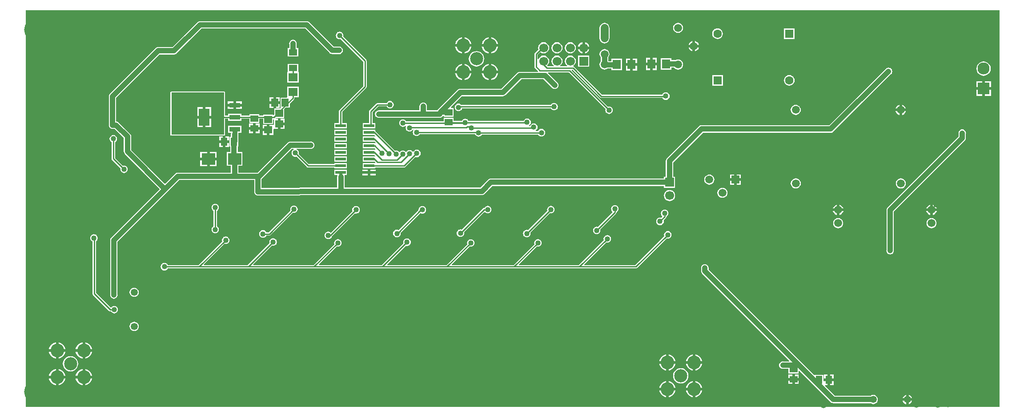
<source format=gbl>
G04*
G04 #@! TF.GenerationSoftware,Altium Limited,Altium Designer,19.1.8 (144)*
G04*
G04 Layer_Physical_Order=2*
G04 Layer_Color=16711680*
%FSLAX25Y25*%
%MOIN*%
G70*
G01*
G75*
%ADD12C,0.02362*%
%ADD68R,0.07087X0.06299*%
%ADD74R,0.06299X0.07087*%
%ADD76R,0.05118X0.05906*%
%ADD79R,0.08465X0.03740*%
%ADD80R,0.08465X0.12795*%
%ADD85R,0.05906X0.05118*%
%ADD87C,0.03937*%
%ADD89C,0.00906*%
%ADD92C,0.05906*%
%ADD96C,0.03740*%
%ADD101C,0.05906*%
%ADD102C,0.10236*%
%ADD103C,0.09843*%
%ADD104C,0.05315*%
%ADD105R,0.09055X0.09055*%
%ADD106C,0.09055*%
%ADD107R,0.06693X0.06693*%
%ADD108C,0.06693*%
%ADD109R,0.05906X0.05906*%
%ADD110C,0.06299*%
%ADD111R,0.06299X0.06299*%
%ADD112R,0.06693X0.06693*%
%ADD113C,0.04000*%
%ADD114C,0.12598*%
%ADD115C,0.15748*%
%ADD116R,0.05512X0.05906*%
%ADD117R,0.05906X0.05512*%
%ADD118R,0.06299X0.04724*%
%ADD119R,0.10236X0.08661*%
%ADD120R,0.07874X0.02362*%
G36*
X735137Y-298764D02*
X4957D01*
Y-1084D01*
X735137D01*
Y-298764D01*
D02*
G37*
%LPC*%
G36*
X493961Y-10609D02*
X492985Y-10737D01*
X492075Y-11114D01*
X491293Y-11714D01*
X490694Y-12495D01*
X490317Y-13405D01*
X490189Y-14381D01*
X490317Y-15358D01*
X490694Y-16267D01*
X491293Y-17049D01*
X492075Y-17648D01*
X492985Y-18025D01*
X493961Y-18154D01*
X494937Y-18025D01*
X495847Y-17648D01*
X496629Y-17049D01*
X497228Y-16267D01*
X497605Y-15358D01*
X497733Y-14381D01*
X497605Y-13405D01*
X497228Y-12495D01*
X496629Y-11714D01*
X495847Y-11114D01*
X494937Y-10737D01*
X493961Y-10609D01*
D02*
G37*
G36*
X581315Y-14863D02*
X573441D01*
Y-22737D01*
X581315D01*
Y-14863D01*
D02*
G37*
G36*
X523573Y-14803D02*
X522545Y-14939D01*
X521587Y-15336D01*
X520765Y-15967D01*
X520134Y-16789D01*
X519737Y-17747D01*
X519602Y-18774D01*
X519737Y-19802D01*
X520134Y-20760D01*
X520765Y-21582D01*
X521587Y-22213D01*
X522545Y-22610D01*
X523573Y-22745D01*
X524601Y-22610D01*
X525558Y-22213D01*
X526381Y-21582D01*
X527012Y-20760D01*
X527409Y-19802D01*
X527544Y-18774D01*
X527409Y-17747D01*
X527012Y-16789D01*
X526381Y-15967D01*
X525558Y-15336D01*
X524601Y-14939D01*
X523573Y-14803D01*
D02*
G37*
G36*
X438843Y-10609D02*
X437867Y-10737D01*
X436957Y-11114D01*
X436175Y-11714D01*
X435576Y-12495D01*
X435199Y-13405D01*
X435071Y-14381D01*
Y-22255D01*
X435199Y-23232D01*
X435576Y-24141D01*
X436175Y-24923D01*
X436957Y-25522D01*
X437867Y-25899D01*
X438843Y-26028D01*
X439819Y-25899D01*
X440729Y-25522D01*
X441510Y-24923D01*
X442110Y-24141D01*
X442487Y-23232D01*
X442615Y-22255D01*
Y-14381D01*
X442487Y-13405D01*
X442110Y-12495D01*
X441510Y-11714D01*
X440729Y-11114D01*
X439819Y-10737D01*
X438843Y-10609D01*
D02*
G37*
G36*
X353857Y-21585D02*
Y-26634D01*
X358906D01*
X358886Y-26435D01*
X358536Y-25282D01*
X357968Y-24219D01*
X357204Y-23287D01*
X356272Y-22523D01*
X355209Y-21955D01*
X354056Y-21605D01*
X353857Y-21585D01*
D02*
G37*
G36*
X333857D02*
Y-26634D01*
X338906D01*
X338886Y-26435D01*
X338536Y-25282D01*
X337968Y-24219D01*
X337204Y-23287D01*
X336272Y-22523D01*
X335209Y-21955D01*
X334056Y-21605D01*
X333857Y-21585D01*
D02*
G37*
G36*
X351857D02*
X351657Y-21605D01*
X350504Y-21955D01*
X349441Y-22523D01*
X348510Y-23287D01*
X347745Y-24219D01*
X347177Y-25282D01*
X346827Y-26435D01*
X346808Y-26634D01*
X351857D01*
Y-21585D01*
D02*
G37*
G36*
X331857D02*
X331657Y-21605D01*
X330504Y-21955D01*
X329441Y-22523D01*
X328510Y-23287D01*
X327745Y-24219D01*
X327177Y-25282D01*
X326827Y-26435D01*
X326807Y-26634D01*
X331857D01*
Y-21585D01*
D02*
G37*
G36*
X506772Y-24305D02*
Y-27161D01*
X509627D01*
X509623Y-27129D01*
X509225Y-26167D01*
X508591Y-25341D01*
X507765Y-24708D01*
X506804Y-24310D01*
X506772Y-24305D01*
D02*
G37*
G36*
X504772D02*
X504740Y-24310D01*
X503779Y-24708D01*
X502953Y-25341D01*
X502319Y-26167D01*
X501921Y-27129D01*
X501917Y-27161D01*
X504772D01*
Y-24305D01*
D02*
G37*
G36*
X424196Y-25106D02*
Y-28358D01*
X427448D01*
X427431Y-28223D01*
X426993Y-27166D01*
X426296Y-26258D01*
X425388Y-25561D01*
X424331Y-25123D01*
X424196Y-25106D01*
D02*
G37*
G36*
X422196Y-25106D02*
X422061Y-25123D01*
X421004Y-25561D01*
X420096Y-26258D01*
X419399Y-27166D01*
X418961Y-28223D01*
X418944Y-28358D01*
X422196D01*
Y-25106D01*
D02*
G37*
G36*
X509627Y-29161D02*
X506772D01*
Y-32016D01*
X506804Y-32012D01*
X507765Y-31613D01*
X508591Y-30980D01*
X509225Y-30154D01*
X509623Y-29193D01*
X509627Y-29161D01*
D02*
G37*
G36*
X504772D02*
X501917D01*
X501921Y-29193D01*
X502319Y-30154D01*
X502953Y-30980D01*
X503779Y-31613D01*
X504740Y-32012D01*
X504772Y-32016D01*
Y-29161D01*
D02*
G37*
G36*
X413196Y-25188D02*
X412117Y-25330D01*
X411111Y-25747D01*
X410248Y-26410D01*
X409585Y-27273D01*
X409169Y-28279D01*
X409026Y-29358D01*
X409169Y-30437D01*
X409585Y-31443D01*
X410248Y-32306D01*
X411111Y-32969D01*
X412117Y-33385D01*
X413196Y-33527D01*
X414275Y-33385D01*
X415281Y-32969D01*
X416144Y-32306D01*
X416807Y-31443D01*
X417224Y-30437D01*
X417366Y-29358D01*
X417224Y-28279D01*
X416807Y-27273D01*
X416144Y-26410D01*
X415281Y-25747D01*
X414275Y-25330D01*
X413196Y-25188D01*
D02*
G37*
G36*
X403196D02*
X402117Y-25330D01*
X401111Y-25747D01*
X400248Y-26410D01*
X399585Y-27273D01*
X399169Y-28279D01*
X399026Y-29358D01*
X399169Y-30437D01*
X399585Y-31443D01*
X400248Y-32306D01*
X401111Y-32969D01*
X402117Y-33385D01*
X403196Y-33527D01*
X404275Y-33385D01*
X405281Y-32969D01*
X406144Y-32306D01*
X406807Y-31443D01*
X407224Y-30437D01*
X407366Y-29358D01*
X407224Y-28279D01*
X406807Y-27273D01*
X406144Y-26410D01*
X405281Y-25747D01*
X404275Y-25330D01*
X403196Y-25188D01*
D02*
G37*
G36*
X393196D02*
X392117Y-25330D01*
X391111Y-25747D01*
X390248Y-26410D01*
X389585Y-27273D01*
X389169Y-28279D01*
X389026Y-29358D01*
X389169Y-30437D01*
X389237Y-30602D01*
X386633Y-33205D01*
X386359Y-33615D01*
X386263Y-34099D01*
Y-43611D01*
X386359Y-44094D01*
X386633Y-44505D01*
X389055Y-46927D01*
X388864Y-47388D01*
X375366D01*
X374647Y-47483D01*
X373976Y-47761D01*
X373643Y-48017D01*
X373401Y-48202D01*
X365449Y-56154D01*
X365256Y-56302D01*
X365108Y-56495D01*
X361518Y-60085D01*
X330828D01*
X330108Y-60180D01*
X330022Y-60215D01*
X329844Y-60239D01*
X329173Y-60516D01*
X328598Y-60958D01*
X313977Y-75579D01*
X313536Y-76154D01*
X313486Y-76275D01*
X313466Y-76294D01*
X305710D01*
Y-73460D01*
X305742Y-73219D01*
X305646Y-72491D01*
X305365Y-71813D01*
X304919Y-71231D01*
X304336Y-70784D01*
X303658Y-70503D01*
X302931Y-70407D01*
X302203Y-70503D01*
X301525Y-70784D01*
X300943Y-71231D01*
X300496Y-71813D01*
X300215Y-72491D01*
X300119Y-73219D01*
X300151Y-73460D01*
Y-76294D01*
X269827D01*
X269586Y-76263D01*
X268858Y-76358D01*
X268180Y-76639D01*
X267598Y-77086D01*
X267151Y-77668D01*
X266870Y-78346D01*
X266774Y-79074D01*
X266870Y-79802D01*
X267151Y-80480D01*
X267598Y-81062D01*
X268180Y-81509D01*
X268858Y-81790D01*
X269586Y-81885D01*
X269827Y-81854D01*
X315103D01*
X315317Y-81882D01*
X316045Y-81786D01*
X316723Y-81505D01*
X317305Y-81059D01*
X317752Y-80476D01*
X317760Y-80458D01*
X318260Y-80557D01*
Y-81106D01*
X325740D01*
Y-74413D01*
X323863D01*
X323672Y-73951D01*
X331920Y-65703D01*
X362610D01*
X363330Y-65609D01*
X364000Y-65331D01*
X364576Y-64889D01*
X364633Y-64831D01*
X364635Y-64830D01*
X364635Y-64830D01*
X364635Y-64830D01*
X369039Y-60426D01*
X369232Y-60278D01*
X369380Y-60085D01*
X376518Y-52948D01*
X393116D01*
X399410Y-59242D01*
X399558Y-59435D01*
X400141Y-59882D01*
X400819Y-60163D01*
X401546Y-60258D01*
X402274Y-60163D01*
X402952Y-59882D01*
X403535Y-59435D01*
X403981Y-58853D01*
X404262Y-58175D01*
X404358Y-57447D01*
X404262Y-56719D01*
X403981Y-56041D01*
X403535Y-55459D01*
X403341Y-55311D01*
X396357Y-48326D01*
X396531Y-47826D01*
X412060D01*
X439585Y-75351D01*
X439526Y-75492D01*
X439430Y-76220D01*
X439526Y-76947D01*
X439807Y-77625D01*
X440254Y-78208D01*
X440836Y-78654D01*
X441514Y-78935D01*
X442242Y-79031D01*
X442969Y-78935D01*
X443647Y-78654D01*
X444230Y-78208D01*
X444676Y-77625D01*
X444957Y-76947D01*
X445053Y-76220D01*
X444957Y-75492D01*
X444676Y-74814D01*
X444230Y-74232D01*
X443647Y-73785D01*
X442969Y-73504D01*
X442242Y-73408D01*
X441514Y-73504D01*
X441373Y-73563D01*
X414205Y-46395D01*
X414391Y-45919D01*
X414768Y-45878D01*
X435509Y-66619D01*
X435919Y-66893D01*
X436403Y-66990D01*
X482337D01*
X482368Y-67064D01*
X482814Y-67646D01*
X483397Y-68093D01*
X484075Y-68374D01*
X484802Y-68469D01*
X485530Y-68374D01*
X486208Y-68093D01*
X486790Y-67646D01*
X487237Y-67064D01*
X487518Y-66386D01*
X487614Y-65658D01*
X487518Y-64930D01*
X487237Y-64252D01*
X486790Y-63670D01*
X486208Y-63223D01*
X485530Y-62942D01*
X484802Y-62846D01*
X484075Y-62942D01*
X483397Y-63223D01*
X482814Y-63670D01*
X482368Y-64252D01*
X482281Y-64461D01*
X436927D01*
X416150Y-43684D01*
X415739Y-43410D01*
X415556Y-43373D01*
X415447Y-42842D01*
X416144Y-42306D01*
X416807Y-41443D01*
X417224Y-40437D01*
X417366Y-39358D01*
X417224Y-38279D01*
X416807Y-37273D01*
X416144Y-36410D01*
X415281Y-35747D01*
X414275Y-35330D01*
X413196Y-35188D01*
X412117Y-35330D01*
X411111Y-35747D01*
X410248Y-36410D01*
X409585Y-37273D01*
X409169Y-38279D01*
X409026Y-39358D01*
X409169Y-40437D01*
X409585Y-41443D01*
X410248Y-42306D01*
X410909Y-42814D01*
X410739Y-43314D01*
X405653D01*
X405483Y-42814D01*
X406144Y-42306D01*
X406807Y-41443D01*
X407224Y-40437D01*
X407366Y-39358D01*
X407224Y-38279D01*
X406807Y-37273D01*
X406144Y-36410D01*
X405281Y-35747D01*
X404275Y-35330D01*
X403196Y-35188D01*
X402117Y-35330D01*
X401111Y-35747D01*
X400248Y-36410D01*
X399585Y-37273D01*
X399169Y-38279D01*
X399026Y-39358D01*
X399169Y-40437D01*
X399585Y-41443D01*
X400248Y-42306D01*
X400909Y-42814D01*
X400739Y-43314D01*
X396226D01*
X395897Y-42972D01*
X395933Y-42468D01*
X396144Y-42306D01*
X396807Y-41443D01*
X397223Y-40437D01*
X397366Y-39358D01*
X397223Y-38279D01*
X396807Y-37273D01*
X396144Y-36410D01*
X395281Y-35747D01*
X394275Y-35330D01*
X393196Y-35188D01*
X392117Y-35330D01*
X391111Y-35747D01*
X390248Y-36410D01*
X389585Y-37273D01*
X389292Y-37981D01*
X388792Y-37881D01*
Y-34623D01*
X390735Y-32680D01*
X391111Y-32969D01*
X392117Y-33385D01*
X393196Y-33527D01*
X394275Y-33385D01*
X395281Y-32969D01*
X396144Y-32306D01*
X396807Y-31443D01*
X397223Y-30437D01*
X397366Y-29358D01*
X397223Y-28279D01*
X396807Y-27273D01*
X396144Y-26410D01*
X395281Y-25747D01*
X394275Y-25330D01*
X393196Y-25188D01*
D02*
G37*
G36*
X422196Y-30358D02*
X418944D01*
X418961Y-30492D01*
X419399Y-31550D01*
X420096Y-32458D01*
X421004Y-33154D01*
X422061Y-33593D01*
X422196Y-33610D01*
Y-30358D01*
D02*
G37*
G36*
X427448D02*
X424196D01*
Y-33610D01*
X424331Y-33593D01*
X425388Y-33154D01*
X426296Y-32458D01*
X426993Y-31550D01*
X427431Y-30492D01*
X427448Y-30358D01*
D02*
G37*
G36*
X358906Y-28634D02*
X353857D01*
Y-33683D01*
X354056Y-33664D01*
X355209Y-33314D01*
X356272Y-32746D01*
X357204Y-31981D01*
X357968Y-31050D01*
X358536Y-29987D01*
X358886Y-28834D01*
X358906Y-28634D01*
D02*
G37*
G36*
X338906D02*
X333857D01*
Y-33683D01*
X334056Y-33664D01*
X335209Y-33314D01*
X336272Y-32746D01*
X337204Y-31981D01*
X337968Y-31050D01*
X338536Y-29987D01*
X338886Y-28834D01*
X338906Y-28634D01*
D02*
G37*
G36*
X351857D02*
X346808D01*
X346827Y-28834D01*
X347177Y-29987D01*
X347745Y-31050D01*
X348510Y-31981D01*
X349441Y-32746D01*
X350504Y-33314D01*
X351657Y-33664D01*
X351857Y-33683D01*
Y-28634D01*
D02*
G37*
G36*
X331857D02*
X326807D01*
X326827Y-28834D01*
X327177Y-29987D01*
X327745Y-31050D01*
X328510Y-31981D01*
X329441Y-32746D01*
X330504Y-33314D01*
X331657Y-33664D01*
X331857Y-33683D01*
Y-28634D01*
D02*
G37*
G36*
X215655Y-9412D02*
X135568D01*
X134848Y-9507D01*
X134178Y-9785D01*
X133602Y-10226D01*
X115001Y-28828D01*
X104215D01*
X103495Y-28923D01*
X102825Y-29200D01*
X102249Y-29642D01*
X68064Y-63827D01*
X67622Y-64403D01*
X67345Y-65073D01*
X67250Y-65793D01*
Y-87170D01*
X67218Y-87411D01*
X67314Y-88139D01*
X67595Y-88817D01*
X68041Y-89399D01*
X68624Y-89846D01*
X69302Y-90127D01*
X70029Y-90223D01*
X70271Y-90191D01*
X71488D01*
X78460Y-97162D01*
Y-107286D01*
X78554Y-108005D01*
X78832Y-108676D01*
X79274Y-109251D01*
X105157Y-135134D01*
X105157Y-135634D01*
X69050Y-171741D01*
X68608Y-172317D01*
X68330Y-172987D01*
X68236Y-173706D01*
Y-214655D01*
X68204Y-214896D01*
X68300Y-215624D01*
X68581Y-216302D01*
X69027Y-216884D01*
X69610Y-217331D01*
X70288Y-217612D01*
X71015Y-217707D01*
X71743Y-217612D01*
X72421Y-217331D01*
X73003Y-216884D01*
X73450Y-216302D01*
X73731Y-215624D01*
X73827Y-214896D01*
X73795Y-214655D01*
Y-174858D01*
X111303Y-137350D01*
X120009Y-128644D01*
X176210D01*
Y-137125D01*
X176179Y-137366D01*
X176275Y-138094D01*
X176555Y-138772D01*
X177002Y-139355D01*
X177584Y-139801D01*
X178262Y-140082D01*
X178990Y-140178D01*
X179241Y-140145D01*
X241217Y-139832D01*
X346761D01*
X347002Y-139863D01*
X347730Y-139768D01*
X348408Y-139487D01*
X348990Y-139040D01*
X349138Y-138847D01*
X354910Y-133076D01*
X483437D01*
Y-134430D01*
X491705D01*
Y-126162D01*
X490351D01*
Y-115472D01*
X512687Y-93136D01*
X608476D01*
X609195Y-93041D01*
X609865Y-92764D01*
X610441Y-92322D01*
X653552Y-49211D01*
X653746Y-49062D01*
X654192Y-48480D01*
X654473Y-47802D01*
X654569Y-47074D01*
X654473Y-46347D01*
X654192Y-45669D01*
X653746Y-45086D01*
X653163Y-44640D01*
X652485Y-44359D01*
X651757Y-44263D01*
X651030Y-44359D01*
X650352Y-44640D01*
X649769Y-45086D01*
X649621Y-45279D01*
X607324Y-87577D01*
X511535D01*
X510816Y-87671D01*
X510146Y-87949D01*
X509570Y-88391D01*
X485605Y-112355D01*
X485164Y-112931D01*
X484886Y-113601D01*
X484791Y-114321D01*
Y-126162D01*
X483437D01*
Y-127516D01*
X353758D01*
X353039Y-127611D01*
X352368Y-127889D01*
X351793Y-128331D01*
X345851Y-134272D01*
X243990D01*
Y-126059D01*
X243901Y-125378D01*
X243917Y-125233D01*
X244154Y-124878D01*
X245809D01*
Y-120941D01*
X241239D01*
X241004Y-120904D01*
X240851Y-120941D01*
X236360D01*
Y-124878D01*
X238267D01*
X238504Y-125233D01*
X238521Y-125378D01*
X238431Y-126059D01*
Y-134286D01*
X182124Y-134571D01*
X181770Y-134218D01*
Y-127934D01*
X204451Y-105253D01*
X205808D01*
X205908Y-105753D01*
X205566Y-105894D01*
X204984Y-106341D01*
X204537Y-106923D01*
X204256Y-107601D01*
X204161Y-108329D01*
X204256Y-109057D01*
X204537Y-109735D01*
X204984Y-110317D01*
X205566Y-110764D01*
X206244Y-111045D01*
X206972Y-111141D01*
X207700Y-111045D01*
X207841Y-110986D01*
X215659Y-118804D01*
X216069Y-119078D01*
X216553Y-119174D01*
X236360D01*
Y-119878D01*
X245809D01*
Y-115941D01*
X236360D01*
Y-116645D01*
X217076D01*
X209629Y-109198D01*
X209688Y-109057D01*
X209784Y-108329D01*
X209688Y-107601D01*
X209407Y-106923D01*
X208960Y-106341D01*
X208378Y-105894D01*
X208036Y-105753D01*
X208136Y-105253D01*
X218323D01*
X218565Y-105285D01*
X219292Y-105189D01*
X219970Y-104908D01*
X220553Y-104461D01*
X220999Y-103879D01*
X221280Y-103201D01*
X221376Y-102473D01*
X221280Y-101746D01*
X220999Y-101067D01*
X220553Y-100485D01*
X219970Y-100038D01*
X219292Y-99758D01*
X218565Y-99662D01*
X218323Y-99694D01*
X203300D01*
X202581Y-99788D01*
X201910Y-100066D01*
X201335Y-100508D01*
X178758Y-123084D01*
X164338D01*
Y-117865D01*
X167464D01*
Y-107628D01*
X163884D01*
Y-103689D01*
X164450D01*
Y-96208D01*
X164378D01*
Y-94310D01*
X164288Y-93629D01*
X164296Y-93561D01*
X164481Y-93129D01*
X166618D01*
Y-87814D01*
X161772D01*
X161598Y-87791D01*
X161424Y-87814D01*
X156578D01*
Y-93129D01*
X158715D01*
X158900Y-93561D01*
X158908Y-93629D01*
X158818Y-94310D01*
Y-96208D01*
X157757D01*
Y-103689D01*
X158324D01*
Y-107628D01*
X155653D01*
Y-117865D01*
X158779D01*
Y-123084D01*
X118858D01*
X118138Y-123179D01*
X117726Y-123350D01*
X117468Y-123457D01*
X117468Y-123457D01*
X116892Y-123898D01*
X109588Y-131203D01*
X109088D01*
X84019Y-106134D01*
Y-96011D01*
X83924Y-95292D01*
X83647Y-94621D01*
X83205Y-94046D01*
X74605Y-85445D01*
X74029Y-85004D01*
X73359Y-84726D01*
X72809Y-84654D01*
Y-66944D01*
X105366Y-34387D01*
X115911D01*
X116152Y-34419D01*
X116880Y-34323D01*
X117558Y-34042D01*
X118140Y-33595D01*
X118288Y-33402D01*
X136719Y-14971D01*
X214504D01*
X232809Y-33277D01*
X233385Y-33719D01*
X234055Y-33996D01*
X234775Y-34091D01*
X239589D01*
X239830Y-34123D01*
X240558Y-34027D01*
X241236Y-33746D01*
X241818Y-33299D01*
X242265Y-32717D01*
X242546Y-32039D01*
X242641Y-31311D01*
X242546Y-30584D01*
X242265Y-29906D01*
X241818Y-29323D01*
X241236Y-28877D01*
X240558Y-28596D01*
X239830Y-28500D01*
X239589Y-28532D01*
X235926D01*
X217621Y-10226D01*
X217045Y-9785D01*
X216374Y-9507D01*
X215655Y-9412D01*
D02*
G37*
G36*
X205258Y-23302D02*
X204530Y-23398D01*
X203852Y-23679D01*
X203270Y-24126D01*
X202823Y-24708D01*
X202542Y-25386D01*
X202446Y-26114D01*
X202542Y-26841D01*
X202564Y-26895D01*
Y-29613D01*
X201407D01*
Y-35912D01*
X209281D01*
Y-29613D01*
X208123D01*
Y-26200D01*
X208029Y-25481D01*
X207751Y-24810D01*
X207715Y-24764D01*
X207692Y-24708D01*
X207245Y-24126D01*
X206663Y-23679D01*
X205985Y-23398D01*
X205258Y-23302D01*
D02*
G37*
G36*
X478138Y-36957D02*
X474988D01*
Y-40500D01*
X478138D01*
Y-36957D01*
D02*
G37*
G36*
X472988D02*
X469839D01*
Y-40500D01*
X472988D01*
Y-36957D01*
D02*
G37*
G36*
X463161Y-37457D02*
X460012D01*
Y-41000D01*
X463161D01*
Y-37457D01*
D02*
G37*
G36*
X458012D02*
X454862D01*
Y-41000D01*
X458012D01*
Y-37457D01*
D02*
G37*
G36*
X342857Y-31876D02*
X341366Y-32072D01*
X339978Y-32648D01*
X338785Y-33563D01*
X337870Y-34755D01*
X337295Y-36144D01*
X337099Y-37634D01*
X337295Y-39125D01*
X337870Y-40513D01*
X338785Y-41706D01*
X339978Y-42621D01*
X341366Y-43196D01*
X342857Y-43392D01*
X344347Y-43196D01*
X345736Y-42621D01*
X346928Y-41706D01*
X347843Y-40513D01*
X348418Y-39125D01*
X348615Y-37634D01*
X348418Y-36144D01*
X347843Y-34755D01*
X346928Y-33563D01*
X345736Y-32648D01*
X344347Y-32072D01*
X342857Y-31876D01*
D02*
G37*
G36*
X427330Y-35224D02*
X419062D01*
Y-43492D01*
X427330D01*
Y-35224D01*
D02*
G37*
G36*
X488949Y-37169D02*
X481075D01*
Y-45831D01*
X488949D01*
Y-44218D01*
X490995D01*
X491293Y-44608D01*
X492075Y-45207D01*
X492985Y-45584D01*
X493961Y-45713D01*
X494937Y-45584D01*
X495847Y-45207D01*
X496629Y-44608D01*
X497228Y-43826D01*
X497605Y-42917D01*
X497733Y-41940D01*
X497605Y-40964D01*
X497228Y-40054D01*
X496629Y-39273D01*
X495847Y-38673D01*
X494937Y-38296D01*
X493961Y-38168D01*
X492985Y-38296D01*
X492109Y-38659D01*
X488949D01*
Y-37169D01*
D02*
G37*
G36*
X478138Y-42500D02*
X474988D01*
Y-46043D01*
X478138D01*
Y-42500D01*
D02*
G37*
G36*
X472988D02*
X469839D01*
Y-46043D01*
X472988D01*
Y-42500D01*
D02*
G37*
G36*
X438843Y-30294D02*
X437867Y-30422D01*
X436957Y-30799D01*
X436175Y-31399D01*
X435576Y-32180D01*
X435199Y-33090D01*
X435071Y-34066D01*
X435199Y-35043D01*
X435576Y-35952D01*
X436063Y-36588D01*
Y-39419D01*
X435576Y-40054D01*
X435199Y-40964D01*
X435071Y-41940D01*
X435199Y-42917D01*
X435576Y-43826D01*
X436175Y-44608D01*
X436957Y-45207D01*
X437867Y-45584D01*
X438843Y-45713D01*
X439819Y-45584D01*
X440729Y-45207D01*
X440993Y-45004D01*
X444051D01*
Y-46331D01*
X451925D01*
Y-37669D01*
X444051D01*
Y-39445D01*
X441643D01*
X441623Y-39419D01*
Y-36588D01*
X442110Y-35952D01*
X442487Y-35043D01*
X442615Y-34066D01*
X442487Y-33090D01*
X442110Y-32180D01*
X441510Y-31399D01*
X440729Y-30799D01*
X439819Y-30422D01*
X438843Y-30294D01*
D02*
G37*
G36*
X463161Y-43000D02*
X460012D01*
Y-46543D01*
X463161D01*
Y-43000D01*
D02*
G37*
G36*
X458012D02*
X454862D01*
Y-46543D01*
X458012D01*
Y-43000D01*
D02*
G37*
G36*
X353857Y-41585D02*
Y-46634D01*
X358906D01*
X358886Y-46435D01*
X358536Y-45282D01*
X357968Y-44219D01*
X357204Y-43287D01*
X356272Y-42523D01*
X355209Y-41954D01*
X354056Y-41605D01*
X353857Y-41585D01*
D02*
G37*
G36*
X333857D02*
Y-46634D01*
X338906D01*
X338886Y-46435D01*
X338536Y-45282D01*
X337968Y-44219D01*
X337204Y-43287D01*
X336272Y-42523D01*
X335209Y-41954D01*
X334056Y-41605D01*
X333857Y-41585D01*
D02*
G37*
G36*
X351857D02*
X351657Y-41605D01*
X350504Y-41954D01*
X349441Y-42523D01*
X348510Y-43287D01*
X347745Y-44219D01*
X347177Y-45282D01*
X346827Y-46435D01*
X346808Y-46634D01*
X351857D01*
Y-41585D01*
D02*
G37*
G36*
X331857D02*
X331657Y-41605D01*
X330504Y-41954D01*
X329441Y-42523D01*
X328510Y-43287D01*
X327745Y-44219D01*
X327177Y-45282D01*
X326827Y-46435D01*
X326807Y-46634D01*
X331857D01*
Y-41585D01*
D02*
G37*
G36*
X723025Y-39650D02*
X721638Y-39833D01*
X720345Y-40368D01*
X719235Y-41220D01*
X718383Y-42331D01*
X717847Y-43624D01*
X717664Y-45011D01*
X717847Y-46398D01*
X718383Y-47691D01*
X719235Y-48802D01*
X720345Y-49654D01*
X721638Y-50189D01*
X723025Y-50372D01*
X724413Y-50189D01*
X725706Y-49654D01*
X726816Y-48802D01*
X727668Y-47691D01*
X728203Y-46398D01*
X728386Y-45011D01*
X728203Y-43624D01*
X727668Y-42331D01*
X726816Y-41220D01*
X725706Y-40368D01*
X724413Y-39833D01*
X723025Y-39650D01*
D02*
G37*
G36*
X358906Y-48634D02*
X353857D01*
Y-53684D01*
X354056Y-53664D01*
X355209Y-53314D01*
X356272Y-52746D01*
X357204Y-51981D01*
X357968Y-51050D01*
X358536Y-49987D01*
X358886Y-48834D01*
X358906Y-48634D01*
D02*
G37*
G36*
X338906D02*
X333857D01*
Y-53684D01*
X334056Y-53664D01*
X335209Y-53314D01*
X336272Y-52746D01*
X337204Y-51981D01*
X337968Y-51050D01*
X338536Y-49987D01*
X338886Y-48834D01*
X338906Y-48634D01*
D02*
G37*
G36*
X351857D02*
X346808D01*
X346827Y-48834D01*
X347177Y-49987D01*
X347745Y-51050D01*
X348510Y-51981D01*
X349441Y-52746D01*
X350504Y-53314D01*
X351657Y-53664D01*
X351857Y-53684D01*
Y-48634D01*
D02*
G37*
G36*
X331857D02*
X326807D01*
X326827Y-48834D01*
X327177Y-49987D01*
X327745Y-51050D01*
X328510Y-51981D01*
X329441Y-52746D01*
X330504Y-53314D01*
X331657Y-53664D01*
X331857Y-53684D01*
Y-48634D01*
D02*
G37*
G36*
X209281Y-41424D02*
X201407D01*
Y-47605D01*
X200830D01*
Y-55479D01*
X209492D01*
Y-47605D01*
X209281D01*
Y-41424D01*
D02*
G37*
G36*
X527510Y-49837D02*
X519636D01*
Y-57711D01*
X527510D01*
Y-49837D01*
D02*
G37*
G36*
X577378Y-49829D02*
X576350Y-49964D01*
X575392Y-50361D01*
X574570Y-50992D01*
X573939Y-51815D01*
X573542Y-52772D01*
X573407Y-53800D01*
X573542Y-54828D01*
X573939Y-55786D01*
X574570Y-56608D01*
X575392Y-57239D01*
X576350Y-57636D01*
X577378Y-57771D01*
X578405Y-57636D01*
X579363Y-57239D01*
X580186Y-56608D01*
X580817Y-55786D01*
X581213Y-54828D01*
X581349Y-53800D01*
X581213Y-52772D01*
X580817Y-51815D01*
X580186Y-50992D01*
X579363Y-50361D01*
X578405Y-49964D01*
X577378Y-49829D01*
D02*
G37*
G36*
X728553Y-54483D02*
X724025D01*
Y-59011D01*
X728553D01*
Y-54483D01*
D02*
G37*
G36*
X722025D02*
X717498D01*
Y-59011D01*
X722025D01*
Y-54483D01*
D02*
G37*
G36*
X728553Y-61011D02*
X724025D01*
Y-65539D01*
X728553D01*
Y-61011D01*
D02*
G37*
G36*
X722025D02*
X717498D01*
Y-65539D01*
X722025D01*
Y-61011D01*
D02*
G37*
G36*
X195256Y-66547D02*
X192500D01*
Y-69500D01*
X195256D01*
Y-66547D01*
D02*
G37*
G36*
X190500D02*
X187744D01*
Y-69500D01*
X190500D01*
Y-66547D01*
D02*
G37*
G36*
X166830Y-69491D02*
X162598D01*
Y-71361D01*
X166830D01*
Y-69491D01*
D02*
G37*
G36*
X160598D02*
X156366D01*
Y-71361D01*
X160598D01*
Y-69491D01*
D02*
G37*
G36*
X401056Y-70717D02*
X400329Y-70813D01*
X399651Y-71094D01*
X399068Y-71540D01*
X398622Y-72123D01*
X398563Y-72264D01*
X331551D01*
X331404Y-72072D01*
X330821Y-71626D01*
X330143Y-71345D01*
X329416Y-71249D01*
X328688Y-71345D01*
X328010Y-71626D01*
X327428Y-72072D01*
X326981Y-72654D01*
X326700Y-73333D01*
X326604Y-74060D01*
X326700Y-74788D01*
X326981Y-75466D01*
X327428Y-76048D01*
X328010Y-76495D01*
X328688Y-76776D01*
X329416Y-76872D01*
X330143Y-76776D01*
X330821Y-76495D01*
X331404Y-76048D01*
X331851Y-75466D01*
X332129Y-74793D01*
X398563D01*
X398622Y-74934D01*
X399068Y-75516D01*
X399651Y-75963D01*
X400329Y-76244D01*
X401056Y-76340D01*
X401784Y-76244D01*
X402462Y-75963D01*
X403044Y-75516D01*
X403491Y-74934D01*
X403772Y-74256D01*
X403868Y-73528D01*
X403772Y-72801D01*
X403491Y-72123D01*
X403044Y-71540D01*
X402462Y-71094D01*
X401784Y-70813D01*
X401056Y-70717D01*
D02*
G37*
G36*
X209492Y-58629D02*
X200830D01*
Y-66503D01*
X200437Y-66760D01*
X195831D01*
Y-74240D01*
X195831D01*
X195961Y-74554D01*
X195496Y-75020D01*
X191260D01*
Y-79255D01*
X190799Y-79716D01*
X190415Y-79557D01*
Y-79557D01*
X182935D01*
Y-80152D01*
X179980D01*
Y-79062D01*
X172500D01*
Y-80152D01*
X166618D01*
Y-78759D01*
X156578D01*
Y-80152D01*
X154346D01*
Y-62992D01*
X154285Y-62685D01*
X154111Y-62424D01*
X153850Y-62250D01*
X153543Y-62189D01*
X114173D01*
X113866Y-62250D01*
X113605Y-62424D01*
X113432Y-62685D01*
X113370Y-62992D01*
Y-94488D01*
X113432Y-94795D01*
X113605Y-95056D01*
X113866Y-95230D01*
X114173Y-95291D01*
X153543D01*
X153850Y-95230D01*
X154111Y-95056D01*
X154285Y-94795D01*
X154346Y-94488D01*
Y-82681D01*
X156578D01*
Y-84074D01*
X166618D01*
Y-82681D01*
X172500D01*
Y-85755D01*
X179980D01*
Y-82681D01*
X182935D01*
Y-86643D01*
X190415D01*
Y-83126D01*
X190487Y-83059D01*
X190953Y-83142D01*
X191037Y-83209D01*
X191047Y-83226D01*
Y-87023D01*
X190628Y-87218D01*
X190547Y-87218D01*
X187675D01*
Y-90974D01*
Y-94730D01*
X190628D01*
Y-90388D01*
X191047Y-90193D01*
X191128Y-90193D01*
X194000D01*
Y-86437D01*
Y-82681D01*
X192624D01*
X192363Y-82181D01*
X192416Y-82106D01*
X198740D01*
Y-75352D01*
X199852Y-74240D01*
X202917D01*
Y-71174D01*
X206055Y-68037D01*
X206329Y-67626D01*
X206425Y-67142D01*
Y-66503D01*
X209492D01*
Y-58629D01*
D02*
G37*
G36*
X195256Y-71500D02*
X192500D01*
Y-74453D01*
X195256D01*
Y-71500D01*
D02*
G37*
G36*
X190500D02*
X187744D01*
Y-74453D01*
X190500D01*
Y-71500D01*
D02*
G37*
G36*
X278016Y-69242D02*
X277289Y-69338D01*
X276610Y-69619D01*
X276028Y-70065D01*
X275581Y-70648D01*
X275523Y-70789D01*
X268787D01*
X268303Y-70885D01*
X267893Y-71159D01*
X262715Y-76337D01*
X262441Y-76748D01*
X262345Y-77232D01*
Y-85941D01*
X257620D01*
Y-89878D01*
X267069D01*
Y-85941D01*
X264874D01*
Y-77755D01*
X269311Y-73318D01*
X275523D01*
X275581Y-73459D01*
X276028Y-74041D01*
X276610Y-74488D01*
X277289Y-74769D01*
X278016Y-74865D01*
X278744Y-74769D01*
X279422Y-74488D01*
X280004Y-74041D01*
X280451Y-73459D01*
X280732Y-72781D01*
X280828Y-72053D01*
X280732Y-71326D01*
X280451Y-70648D01*
X280004Y-70065D01*
X279422Y-69619D01*
X278744Y-69338D01*
X278016Y-69242D01*
D02*
G37*
G36*
X661950Y-72138D02*
Y-74993D01*
X664805D01*
X664801Y-74961D01*
X664402Y-74000D01*
X663769Y-73174D01*
X662943Y-72541D01*
X661981Y-72142D01*
X661950Y-72138D01*
D02*
G37*
G36*
X659950D02*
X659918Y-72142D01*
X658956Y-72541D01*
X658131Y-73174D01*
X657497Y-74000D01*
X657099Y-74961D01*
X657094Y-74993D01*
X659950D01*
Y-72138D01*
D02*
G37*
G36*
X166830Y-73361D02*
X162598D01*
Y-75231D01*
X166830D01*
Y-73361D01*
D02*
G37*
G36*
X160598D02*
X156366D01*
Y-75231D01*
X160598D01*
Y-73361D01*
D02*
G37*
G36*
X582209Y-72221D02*
X581233Y-72349D01*
X580323Y-72726D01*
X579542Y-73326D01*
X578942Y-74107D01*
X578566Y-75017D01*
X578437Y-75993D01*
X578566Y-76970D01*
X578942Y-77880D01*
X579542Y-78661D01*
X580323Y-79260D01*
X581233Y-79637D01*
X582209Y-79766D01*
X583186Y-79637D01*
X584096Y-79260D01*
X584877Y-78661D01*
X585476Y-77880D01*
X585853Y-76970D01*
X585982Y-75993D01*
X585853Y-75017D01*
X585476Y-74107D01*
X584877Y-73326D01*
X584096Y-72726D01*
X583186Y-72349D01*
X582209Y-72221D01*
D02*
G37*
G36*
X664805Y-76993D02*
X661950D01*
Y-79848D01*
X661981Y-79844D01*
X662943Y-79446D01*
X663769Y-78812D01*
X664402Y-77987D01*
X664801Y-77025D01*
X664805Y-76993D01*
D02*
G37*
G36*
X659950D02*
X657094D01*
X657099Y-77025D01*
X657497Y-77987D01*
X658131Y-78812D01*
X658956Y-79446D01*
X659918Y-79844D01*
X659950Y-79848D01*
Y-76993D01*
D02*
G37*
G36*
X325740Y-81894D02*
X318260D01*
Y-84618D01*
X290251D01*
X290192Y-84477D01*
X289745Y-83894D01*
X289163Y-83447D01*
X288485Y-83167D01*
X287757Y-83071D01*
X287030Y-83167D01*
X286352Y-83447D01*
X285770Y-83894D01*
X285323Y-84477D01*
X285042Y-85155D01*
X284946Y-85882D01*
X285042Y-86610D01*
X285323Y-87288D01*
X285770Y-87870D01*
X286352Y-88317D01*
X287030Y-88598D01*
X287757Y-88694D01*
X288485Y-88598D01*
X289163Y-88317D01*
X289641Y-87950D01*
X290055Y-88258D01*
X289871Y-88701D01*
X289776Y-89429D01*
X289871Y-90157D01*
X290152Y-90835D01*
X290599Y-91417D01*
X291181Y-91864D01*
X291859Y-92145D01*
X292587Y-92241D01*
X293315Y-92145D01*
X293993Y-91864D01*
X294575Y-91417D01*
X295022Y-90835D01*
X295118Y-90603D01*
X295418Y-90603D01*
X295650Y-91102D01*
X295462Y-91347D01*
X295182Y-92025D01*
X295086Y-92753D01*
X295182Y-93480D01*
X295462Y-94159D01*
X295909Y-94741D01*
X296492Y-95187D01*
X297170Y-95468D01*
X297897Y-95564D01*
X298625Y-95468D01*
X299303Y-95187D01*
X299885Y-94741D01*
X300332Y-94159D01*
X300341Y-94137D01*
X341773D01*
X341984Y-94646D01*
X342431Y-95228D01*
X343013Y-95675D01*
X343691Y-95956D01*
X344419Y-96052D01*
X345147Y-95956D01*
X345825Y-95675D01*
X346407Y-95228D01*
X346854Y-94646D01*
X346912Y-94505D01*
X389133D01*
X389538Y-95033D01*
X390120Y-95480D01*
X390798Y-95761D01*
X391526Y-95857D01*
X392254Y-95761D01*
X392932Y-95480D01*
X393514Y-95033D01*
X393961Y-94451D01*
X394242Y-93773D01*
X394337Y-93045D01*
X394242Y-92318D01*
X393961Y-91640D01*
X393514Y-91057D01*
X392932Y-90610D01*
X392254Y-90330D01*
X391526Y-90234D01*
X390798Y-90330D01*
X390120Y-90610D01*
X389538Y-91057D01*
X389091Y-91640D01*
X388952Y-91976D01*
X387255D01*
X387155Y-91476D01*
X387227Y-91447D01*
X387809Y-91000D01*
X388256Y-90417D01*
X388537Y-89740D01*
X388632Y-89012D01*
X388537Y-88284D01*
X388256Y-87606D01*
X387809Y-87024D01*
X387227Y-86577D01*
X386548Y-86296D01*
X385821Y-86200D01*
X385093Y-86296D01*
X384415Y-86577D01*
X383833Y-87024D01*
X383386Y-87606D01*
X383120Y-88249D01*
X382554D01*
X382218Y-87805D01*
X382219Y-87749D01*
X382760Y-87334D01*
X383207Y-86752D01*
X383488Y-86074D01*
X383583Y-85346D01*
X383488Y-84618D01*
X383207Y-83940D01*
X382760Y-83358D01*
X382178Y-82911D01*
X381500Y-82630D01*
X380772Y-82535D01*
X380044Y-82630D01*
X379366Y-82911D01*
X378784Y-83358D01*
X378337Y-83940D01*
X378234Y-84189D01*
X336919D01*
X336860Y-84047D01*
X336414Y-83465D01*
X335831Y-83018D01*
X335153Y-82737D01*
X334426Y-82642D01*
X333698Y-82737D01*
X333020Y-83018D01*
X332438Y-83465D01*
X331991Y-84047D01*
X331932Y-84189D01*
X325740D01*
Y-81894D01*
D02*
G37*
G36*
X198953Y-82681D02*
X196000D01*
Y-85437D01*
X198953D01*
Y-82681D01*
D02*
G37*
G36*
X180192Y-86330D02*
X177240D01*
Y-88889D01*
X180192D01*
Y-86330D01*
D02*
G37*
G36*
X175240D02*
X172287D01*
Y-88889D01*
X175240D01*
Y-86330D01*
D02*
G37*
G36*
X240210Y-17287D02*
X239483Y-17382D01*
X238805Y-17663D01*
X238222Y-18110D01*
X237775Y-18692D01*
X237495Y-19370D01*
X237399Y-20098D01*
X237495Y-20826D01*
X237775Y-21504D01*
X238222Y-22086D01*
X238805Y-22533D01*
X239483Y-22814D01*
X240210Y-22909D01*
X240938Y-22814D01*
X241079Y-22755D01*
X258052Y-39728D01*
Y-58072D01*
X240191Y-75933D01*
X239916Y-76343D01*
X239820Y-76827D01*
Y-85941D01*
X236360D01*
Y-89878D01*
X245809D01*
Y-85941D01*
X242349D01*
Y-77350D01*
X260210Y-59490D01*
X260484Y-59079D01*
X260581Y-58596D01*
Y-39204D01*
X260484Y-38720D01*
X260210Y-38310D01*
X242867Y-20967D01*
X242926Y-20826D01*
X243022Y-20098D01*
X242926Y-19370D01*
X242645Y-18692D01*
X242198Y-18110D01*
X241616Y-17663D01*
X240938Y-17382D01*
X240210Y-17287D01*
D02*
G37*
G36*
X185675Y-87218D02*
X182722D01*
Y-89974D01*
X185675D01*
Y-87218D01*
D02*
G37*
G36*
X198953Y-87437D02*
X196000D01*
Y-90193D01*
X198953D01*
Y-87437D01*
D02*
G37*
G36*
X180192Y-90889D02*
X177240D01*
Y-93448D01*
X180192D01*
Y-90889D01*
D02*
G37*
G36*
X175240D02*
X172287D01*
Y-93448D01*
X175240D01*
Y-90889D01*
D02*
G37*
G36*
X185675Y-91974D02*
X182722D01*
Y-94730D01*
X185675D01*
Y-91974D01*
D02*
G37*
G36*
X245809Y-90941D02*
X236360D01*
Y-94878D01*
X245809D01*
Y-90941D01*
D02*
G37*
G36*
X157183Y-95996D02*
X154624D01*
Y-98948D01*
X157183D01*
Y-95996D01*
D02*
G37*
G36*
X152624D02*
X150065D01*
Y-98948D01*
X152624D01*
Y-95996D01*
D02*
G37*
G36*
X245809Y-95941D02*
X236360D01*
Y-99878D01*
X245809D01*
Y-95941D01*
D02*
G37*
G36*
X157183Y-100948D02*
X154624D01*
Y-103901D01*
X157183D01*
Y-100948D01*
D02*
G37*
G36*
X152624D02*
X150065D01*
Y-103901D01*
X152624D01*
Y-100948D01*
D02*
G37*
G36*
X245809Y-100941D02*
X236360D01*
Y-104878D01*
X245809D01*
Y-100941D01*
D02*
G37*
G36*
Y-105941D02*
X236360D01*
Y-109878D01*
X245809D01*
Y-105941D01*
D02*
G37*
G36*
X267069Y-90941D02*
X257620D01*
Y-94878D01*
X266433D01*
X266996Y-95441D01*
X266789Y-95941D01*
X266685Y-95941D01*
X257620D01*
Y-99878D01*
X266569D01*
X267156Y-100466D01*
X267171Y-100495D01*
X266925Y-100941D01*
X266629Y-100941D01*
X257620D01*
Y-104878D01*
X266692D01*
X267083Y-105269D01*
X267084Y-105456D01*
X266600Y-105941D01*
X257620D01*
Y-109878D01*
X266468D01*
X267031Y-110441D01*
X266824Y-110941D01*
X266670Y-110941D01*
X257620D01*
Y-114878D01*
X266533D01*
X267115Y-115460D01*
X266889Y-115941D01*
X266643Y-115941D01*
X257620D01*
Y-119878D01*
X267069D01*
Y-119174D01*
X288656D01*
X289140Y-119078D01*
X289550Y-118804D01*
X297118Y-111236D01*
X297416Y-111360D01*
X298144Y-111456D01*
X298872Y-111360D01*
X299550Y-111079D01*
X300132Y-110632D01*
X300579Y-110050D01*
X300860Y-109372D01*
X300956Y-108644D01*
X300860Y-107916D01*
X300579Y-107238D01*
X300132Y-106656D01*
X299550Y-106209D01*
X298872Y-105928D01*
X298144Y-105833D01*
X297416Y-105928D01*
X296738Y-106209D01*
X296156Y-106656D01*
X295709Y-107238D01*
X295683Y-107302D01*
X295563Y-107353D01*
X295118Y-107359D01*
X294776Y-106913D01*
X294194Y-106466D01*
X293516Y-106185D01*
X292788Y-106090D01*
X292060Y-106185D01*
X291383Y-106466D01*
X290800Y-106913D01*
X290370Y-107474D01*
X290348Y-107496D01*
X289793Y-107543D01*
X289608Y-107302D01*
X289026Y-106855D01*
X288348Y-106574D01*
X287620Y-106479D01*
X286892Y-106574D01*
X286214Y-106855D01*
X285632Y-107302D01*
X285418Y-107581D01*
X285371Y-107603D01*
X284800Y-107565D01*
X284523Y-107205D01*
X283941Y-106758D01*
X283263Y-106477D01*
X282535Y-106381D01*
X281808Y-106477D01*
X281666Y-106536D01*
X267146Y-92015D01*
X267069Y-91963D01*
Y-90941D01*
D02*
G37*
G36*
X147991Y-107416D02*
X142873D01*
Y-111746D01*
X147991D01*
Y-107416D01*
D02*
G37*
G36*
X140873D02*
X135755D01*
Y-111746D01*
X140873D01*
Y-107416D01*
D02*
G37*
G36*
X245809Y-110941D02*
X236360D01*
Y-114878D01*
X245809D01*
Y-110941D01*
D02*
G37*
G36*
X147991Y-113746D02*
X142873D01*
Y-118077D01*
X147991D01*
Y-113746D01*
D02*
G37*
G36*
X140873D02*
X135755D01*
Y-118077D01*
X140873D01*
Y-113746D01*
D02*
G37*
G36*
X267282Y-120728D02*
X263345D01*
Y-121909D01*
X267282D01*
Y-120728D01*
D02*
G37*
G36*
X261345D02*
X257407D01*
Y-121909D01*
X261345D01*
Y-120728D01*
D02*
G37*
G36*
X70620Y-94867D02*
X69892Y-94962D01*
X69214Y-95243D01*
X68632Y-95690D01*
X68185Y-96272D01*
X67904Y-96950D01*
X67808Y-97678D01*
X67904Y-98406D01*
X68185Y-99084D01*
X68632Y-99666D01*
X69214Y-100113D01*
X69355Y-100171D01*
Y-112548D01*
X69451Y-113031D01*
X69726Y-113442D01*
X75987Y-119703D01*
X75929Y-119845D01*
X75833Y-120572D01*
X75929Y-121300D01*
X76210Y-121978D01*
X76657Y-122560D01*
X77239Y-123007D01*
X77917Y-123288D01*
X78645Y-123384D01*
X79372Y-123288D01*
X80050Y-123007D01*
X80633Y-122560D01*
X81079Y-121978D01*
X81360Y-121300D01*
X81456Y-120572D01*
X81360Y-119845D01*
X81079Y-119167D01*
X80633Y-118584D01*
X80050Y-118138D01*
X79372Y-117857D01*
X78645Y-117761D01*
X77917Y-117857D01*
X77776Y-117915D01*
X71884Y-112024D01*
Y-100171D01*
X72025Y-100113D01*
X72608Y-99666D01*
X73054Y-99084D01*
X73335Y-98406D01*
X73431Y-97678D01*
X73335Y-96950D01*
X73054Y-96272D01*
X72608Y-95690D01*
X72025Y-95243D01*
X71347Y-94962D01*
X70620Y-94867D01*
D02*
G37*
G36*
X267282Y-123909D02*
X263345D01*
Y-125091D01*
X267282D01*
Y-123909D01*
D02*
G37*
G36*
X261345D02*
X257407D01*
Y-125091D01*
X261345D01*
Y-123909D01*
D02*
G37*
G36*
X541042Y-124372D02*
X538089D01*
Y-127325D01*
X541042D01*
Y-124372D01*
D02*
G37*
G36*
X536089D02*
X533136D01*
Y-127325D01*
X536089D01*
Y-124372D01*
D02*
G37*
G36*
X517404Y-124552D02*
X516428Y-124681D01*
X515518Y-125058D01*
X514736Y-125657D01*
X514137Y-126439D01*
X513760Y-127348D01*
X513631Y-128325D01*
X513760Y-129301D01*
X514137Y-130211D01*
X514736Y-130992D01*
X515518Y-131592D01*
X516428Y-131969D01*
X517404Y-132097D01*
X518380Y-131969D01*
X519290Y-131592D01*
X520071Y-130992D01*
X520671Y-130211D01*
X521048Y-129301D01*
X521176Y-128325D01*
X521048Y-127348D01*
X520671Y-126439D01*
X520071Y-125657D01*
X519290Y-125058D01*
X518380Y-124681D01*
X517404Y-124552D01*
D02*
G37*
G36*
X541042Y-129325D02*
X538089D01*
Y-132278D01*
X541042D01*
Y-129325D01*
D02*
G37*
G36*
X536089D02*
X533136D01*
Y-132278D01*
X536089D01*
Y-129325D01*
D02*
G37*
G36*
X660950Y-127339D02*
X659973Y-127468D01*
X659063Y-127844D01*
X658282Y-128444D01*
X657683Y-129225D01*
X657306Y-130135D01*
X657177Y-131111D01*
X657306Y-132088D01*
X657683Y-132998D01*
X658282Y-133779D01*
X659063Y-134378D01*
X659973Y-134755D01*
X660950Y-134884D01*
X661926Y-134755D01*
X662836Y-134378D01*
X663617Y-133779D01*
X664217Y-132998D01*
X664594Y-132088D01*
X664722Y-131111D01*
X664594Y-130135D01*
X664217Y-129225D01*
X663617Y-128444D01*
X662836Y-127844D01*
X661926Y-127468D01*
X660950Y-127339D01*
D02*
G37*
G36*
X582209D02*
X581233Y-127468D01*
X580323Y-127844D01*
X579542Y-128444D01*
X578942Y-129225D01*
X578566Y-130135D01*
X578437Y-131111D01*
X578566Y-132088D01*
X578942Y-132998D01*
X579542Y-133779D01*
X580323Y-134378D01*
X581233Y-134755D01*
X582209Y-134884D01*
X583186Y-134755D01*
X584096Y-134378D01*
X584877Y-133779D01*
X585476Y-132998D01*
X585853Y-132088D01*
X585982Y-131111D01*
X585853Y-130135D01*
X585476Y-129225D01*
X584877Y-128444D01*
X584096Y-127844D01*
X583186Y-127468D01*
X582209Y-127339D01*
D02*
G37*
G36*
X527247Y-134395D02*
X526270Y-134523D01*
X525360Y-134900D01*
X524579Y-135500D01*
X523979Y-136281D01*
X523603Y-137191D01*
X523474Y-138167D01*
X523603Y-139144D01*
X523979Y-140053D01*
X524579Y-140835D01*
X525360Y-141434D01*
X526270Y-141811D01*
X527247Y-141940D01*
X528223Y-141811D01*
X529133Y-141434D01*
X529914Y-140835D01*
X530513Y-140053D01*
X530890Y-139144D01*
X531019Y-138167D01*
X530890Y-137191D01*
X530513Y-136281D01*
X529914Y-135500D01*
X529133Y-134900D01*
X528223Y-134523D01*
X527247Y-134395D01*
D02*
G37*
G36*
X487571Y-136126D02*
X486492Y-136269D01*
X485486Y-136685D01*
X484623Y-137348D01*
X483960Y-138211D01*
X483543Y-139217D01*
X483401Y-140296D01*
X483543Y-141375D01*
X483960Y-142381D01*
X484623Y-143244D01*
X485486Y-143907D01*
X486492Y-144324D01*
X487571Y-144466D01*
X488650Y-144324D01*
X489656Y-143907D01*
X490519Y-143244D01*
X491182Y-142381D01*
X491598Y-141375D01*
X491740Y-140296D01*
X491598Y-139217D01*
X491182Y-138211D01*
X490519Y-137348D01*
X489656Y-136685D01*
X488650Y-136269D01*
X487571Y-136126D01*
D02*
G37*
G36*
X685000Y-147145D02*
Y-150000D01*
X687855D01*
X687851Y-149968D01*
X687453Y-149007D01*
X686819Y-148181D01*
X685993Y-147547D01*
X685032Y-147149D01*
X685000Y-147145D01*
D02*
G37*
G36*
X683000D02*
X682968Y-147149D01*
X682007Y-147547D01*
X681181Y-148181D01*
X680547Y-149007D01*
X680149Y-149968D01*
X680145Y-150000D01*
X683000D01*
Y-147145D01*
D02*
G37*
G36*
X615000D02*
Y-150000D01*
X617855D01*
X617851Y-149968D01*
X617453Y-149007D01*
X616819Y-148181D01*
X615993Y-147547D01*
X615032Y-147149D01*
X615000Y-147145D01*
D02*
G37*
G36*
X613000D02*
X612968Y-147149D01*
X612007Y-147547D01*
X611181Y-148181D01*
X610547Y-149007D01*
X610149Y-149968D01*
X610145Y-150000D01*
X613000D01*
Y-147145D01*
D02*
G37*
G36*
X206026Y-147733D02*
X205298Y-147829D01*
X204620Y-148110D01*
X204038Y-148556D01*
X203591Y-149139D01*
X203310Y-149817D01*
X203215Y-150545D01*
X203310Y-151272D01*
X203369Y-151413D01*
X187002Y-167780D01*
X185259D01*
X185200Y-167639D01*
X184753Y-167057D01*
X184171Y-166610D01*
X183493Y-166329D01*
X182765Y-166233D01*
X182038Y-166329D01*
X181360Y-166610D01*
X180777Y-167057D01*
X180331Y-167639D01*
X180050Y-168317D01*
X179954Y-169044D01*
X180050Y-169772D01*
X180331Y-170450D01*
X180777Y-171033D01*
X181360Y-171479D01*
X182038Y-171760D01*
X182765Y-171856D01*
X183493Y-171760D01*
X184171Y-171479D01*
X184753Y-171033D01*
X185200Y-170450D01*
X185259Y-170309D01*
X187526D01*
X188010Y-170213D01*
X188420Y-169939D01*
X205157Y-153202D01*
X205298Y-153260D01*
X206026Y-153356D01*
X206754Y-153260D01*
X207432Y-152979D01*
X208014Y-152532D01*
X208461Y-151950D01*
X208742Y-151272D01*
X208837Y-150545D01*
X208742Y-149817D01*
X208461Y-149139D01*
X208014Y-148556D01*
X207432Y-148110D01*
X206754Y-147829D01*
X206026Y-147733D01*
D02*
G37*
G36*
X398622Y-148001D02*
X397894Y-148097D01*
X397216Y-148377D01*
X396634Y-148824D01*
X396187Y-149407D01*
X395906Y-150084D01*
X395810Y-150812D01*
X395906Y-151540D01*
X395931Y-151600D01*
X381441Y-166091D01*
X381299Y-166032D01*
X380572Y-165936D01*
X379844Y-166032D01*
X379166Y-166313D01*
X378584Y-166760D01*
X378137Y-167342D01*
X377856Y-168020D01*
X377760Y-168748D01*
X377856Y-169475D01*
X378137Y-170153D01*
X378584Y-170736D01*
X379166Y-171182D01*
X379844Y-171463D01*
X380572Y-171559D01*
X381299Y-171463D01*
X381977Y-171182D01*
X382560Y-170736D01*
X383006Y-170153D01*
X383287Y-169475D01*
X383383Y-168748D01*
X383287Y-168020D01*
X383229Y-167879D01*
X397672Y-153436D01*
X397894Y-153528D01*
X398622Y-153624D01*
X399349Y-153528D01*
X400027Y-153247D01*
X400610Y-152800D01*
X401056Y-152218D01*
X401337Y-151540D01*
X401433Y-150812D01*
X401337Y-150084D01*
X401056Y-149407D01*
X400610Y-148824D01*
X400027Y-148377D01*
X399349Y-148097D01*
X398622Y-148001D01*
D02*
G37*
G36*
X351284D02*
X350557Y-148097D01*
X349879Y-148377D01*
X349296Y-148824D01*
X348850Y-149407D01*
X348791Y-149548D01*
X348497D01*
X348013Y-149644D01*
X347603Y-149918D01*
X331726Y-165796D01*
X331584Y-165737D01*
X330857Y-165642D01*
X330129Y-165737D01*
X329451Y-166018D01*
X328869Y-166465D01*
X328422Y-167047D01*
X328141Y-167726D01*
X328045Y-168453D01*
X328141Y-169181D01*
X328422Y-169859D01*
X328869Y-170441D01*
X329451Y-170888D01*
X330129Y-171169D01*
X330857Y-171265D01*
X331584Y-171169D01*
X332262Y-170888D01*
X332845Y-170441D01*
X333292Y-169859D01*
X333572Y-169181D01*
X333668Y-168453D01*
X333572Y-167726D01*
X333514Y-167584D01*
X348594Y-152503D01*
X349093Y-152536D01*
X349296Y-152800D01*
X349879Y-153247D01*
X350557Y-153528D01*
X351284Y-153624D01*
X352012Y-153528D01*
X352690Y-153247D01*
X353272Y-152800D01*
X353719Y-152218D01*
X354000Y-151540D01*
X354096Y-150812D01*
X354000Y-150084D01*
X353719Y-149407D01*
X353272Y-148824D01*
X352690Y-148377D01*
X352012Y-148097D01*
X351284Y-148001D01*
D02*
G37*
G36*
X252533Y-148161D02*
X251805Y-148257D01*
X251127Y-148538D01*
X250545Y-148985D01*
X250098Y-149567D01*
X249817Y-150245D01*
X249721Y-150973D01*
X249817Y-151700D01*
X249876Y-151842D01*
X233632Y-168085D01*
X233170Y-167730D01*
X232492Y-167449D01*
X231765Y-167353D01*
X231037Y-167449D01*
X230359Y-167730D01*
X229777Y-168177D01*
X229330Y-168759D01*
X229049Y-169437D01*
X228953Y-170165D01*
X229049Y-170893D01*
X229330Y-171571D01*
X229777Y-172153D01*
X230359Y-172600D01*
X231037Y-172881D01*
X231765Y-172976D01*
X232492Y-172881D01*
X233170Y-172600D01*
X233753Y-172153D01*
X234199Y-171571D01*
X234480Y-170893D01*
X234492Y-170801D01*
X251664Y-153630D01*
X251805Y-153689D01*
X252533Y-153784D01*
X253260Y-153689D01*
X253938Y-153408D01*
X254521Y-152961D01*
X254967Y-152379D01*
X255248Y-151700D01*
X255344Y-150973D01*
X255248Y-150245D01*
X254967Y-149567D01*
X254521Y-148985D01*
X253938Y-148538D01*
X253260Y-148257D01*
X252533Y-148161D01*
D02*
G37*
G36*
X302240Y-148196D02*
X301513Y-148292D01*
X300835Y-148573D01*
X300253Y-149020D01*
X299806Y-149602D01*
X299525Y-150280D01*
X299429Y-151007D01*
X299439Y-151084D01*
X284357Y-166167D01*
X283907Y-165980D01*
X283179Y-165885D01*
X282452Y-165980D01*
X281774Y-166261D01*
X281191Y-166708D01*
X280745Y-167290D01*
X280464Y-167968D01*
X280368Y-168696D01*
X280464Y-169424D01*
X280745Y-170102D01*
X281191Y-170684D01*
X281774Y-171131D01*
X282452Y-171412D01*
X283179Y-171508D01*
X283907Y-171412D01*
X284585Y-171131D01*
X285168Y-170684D01*
X285614Y-170102D01*
X285895Y-169424D01*
X285991Y-168696D01*
X285923Y-168177D01*
X300734Y-153365D01*
X300835Y-153442D01*
X301513Y-153723D01*
X302240Y-153819D01*
X302968Y-153723D01*
X303646Y-153442D01*
X304228Y-152996D01*
X304675Y-152413D01*
X304956Y-151735D01*
X305052Y-151007D01*
X304956Y-150280D01*
X304675Y-149602D01*
X304228Y-149020D01*
X303646Y-148573D01*
X302968Y-148292D01*
X302240Y-148196D01*
D02*
G37*
G36*
X687855Y-152000D02*
X685000D01*
Y-154855D01*
X685032Y-154851D01*
X685993Y-154453D01*
X686819Y-153819D01*
X687453Y-152993D01*
X687851Y-152032D01*
X687855Y-152000D01*
D02*
G37*
G36*
X683000D02*
X680145D01*
X680149Y-152032D01*
X680547Y-152993D01*
X681181Y-153819D01*
X682007Y-154453D01*
X682968Y-154851D01*
X683000Y-154855D01*
Y-152000D01*
D02*
G37*
G36*
X617855D02*
X615000D01*
Y-154855D01*
X615032Y-154851D01*
X615993Y-154453D01*
X616819Y-153819D01*
X617453Y-152993D01*
X617851Y-152032D01*
X617855Y-152000D01*
D02*
G37*
G36*
X613000D02*
X610145D01*
X610149Y-152032D01*
X610547Y-152993D01*
X611181Y-153819D01*
X612007Y-154453D01*
X612968Y-154851D01*
X613000Y-154855D01*
Y-152000D01*
D02*
G37*
G36*
X483911Y-150732D02*
X483183Y-150828D01*
X482505Y-151109D01*
X481923Y-151555D01*
X481476Y-152138D01*
X481195Y-152816D01*
X481099Y-153543D01*
X481195Y-154271D01*
X481476Y-154949D01*
X481923Y-155531D01*
X482122Y-155684D01*
X482154Y-156183D01*
X481342Y-156995D01*
X481201Y-156937D01*
X480473Y-156841D01*
X479745Y-156937D01*
X479067Y-157218D01*
X478485Y-157664D01*
X478038Y-158247D01*
X477757Y-158925D01*
X477661Y-159652D01*
X477757Y-160380D01*
X478038Y-161058D01*
X478485Y-161640D01*
X479067Y-162087D01*
X479745Y-162368D01*
X480473Y-162464D01*
X481201Y-162368D01*
X481879Y-162087D01*
X482461Y-161640D01*
X482908Y-161058D01*
X483188Y-160380D01*
X483284Y-159652D01*
X483188Y-158925D01*
X483130Y-158784D01*
X484805Y-157109D01*
X484805Y-157109D01*
X484805Y-157109D01*
X484941Y-156905D01*
X485079Y-156699D01*
X485079Y-156699D01*
X485079Y-156699D01*
X485130Y-156440D01*
X485175Y-156215D01*
X485175Y-156215D01*
X485175Y-156215D01*
Y-156037D01*
X485316Y-155978D01*
X485899Y-155531D01*
X486345Y-154949D01*
X486626Y-154271D01*
X486722Y-153543D01*
X486626Y-152816D01*
X486345Y-152138D01*
X485899Y-151555D01*
X485316Y-151109D01*
X484638Y-150828D01*
X483911Y-150732D01*
D02*
G37*
G36*
X446566Y-147416D02*
X445838Y-147511D01*
X445160Y-147792D01*
X444578Y-148239D01*
X444131Y-148821D01*
X443850Y-149499D01*
X443754Y-150227D01*
X443850Y-150955D01*
X444131Y-151633D01*
X444578Y-152215D01*
X444730Y-152332D01*
X444762Y-152831D01*
X433839Y-163754D01*
X433697Y-163696D01*
X432970Y-163600D01*
X432242Y-163696D01*
X431564Y-163977D01*
X430982Y-164423D01*
X430535Y-165006D01*
X430254Y-165684D01*
X430158Y-166411D01*
X430254Y-167139D01*
X430535Y-167817D01*
X430982Y-168399D01*
X431564Y-168846D01*
X432242Y-169127D01*
X432970Y-169223D01*
X433697Y-169127D01*
X434375Y-168846D01*
X434958Y-168399D01*
X435404Y-167817D01*
X435685Y-167139D01*
X435781Y-166411D01*
X435685Y-165684D01*
X435627Y-165542D01*
X447460Y-153709D01*
X447734Y-153299D01*
X447830Y-152815D01*
Y-152720D01*
X447971Y-152662D01*
X448554Y-152215D01*
X449001Y-151633D01*
X449281Y-150955D01*
X449377Y-150227D01*
X449281Y-149499D01*
X449001Y-148821D01*
X448554Y-148239D01*
X447971Y-147792D01*
X447293Y-147511D01*
X446566Y-147416D01*
D02*
G37*
G36*
X684000Y-157228D02*
X683024Y-157356D01*
X682114Y-157733D01*
X681332Y-158333D01*
X680733Y-159114D01*
X680356Y-160024D01*
X680228Y-161000D01*
X680356Y-161976D01*
X680733Y-162886D01*
X681332Y-163668D01*
X682114Y-164267D01*
X683024Y-164644D01*
X684000Y-164772D01*
X684976Y-164644D01*
X685886Y-164267D01*
X686667Y-163668D01*
X687267Y-162886D01*
X687644Y-161976D01*
X687772Y-161000D01*
X687644Y-160024D01*
X687267Y-159114D01*
X686667Y-158333D01*
X685886Y-157733D01*
X684976Y-157356D01*
X684000Y-157228D01*
D02*
G37*
G36*
X614000D02*
X613024Y-157356D01*
X612114Y-157733D01*
X611333Y-158333D01*
X610733Y-159114D01*
X610356Y-160024D01*
X610228Y-161000D01*
X610356Y-161976D01*
X610733Y-162886D01*
X611333Y-163668D01*
X612114Y-164267D01*
X613024Y-164644D01*
X614000Y-164772D01*
X614976Y-164644D01*
X615886Y-164267D01*
X616668Y-163668D01*
X617267Y-162886D01*
X617644Y-161976D01*
X617772Y-161000D01*
X617644Y-160024D01*
X617267Y-159114D01*
X616668Y-158333D01*
X615886Y-157733D01*
X614976Y-157356D01*
X614000Y-157228D01*
D02*
G37*
G36*
X146996Y-146448D02*
X146268Y-146544D01*
X145590Y-146825D01*
X145008Y-147272D01*
X144561Y-147854D01*
X144280Y-148532D01*
X144185Y-149259D01*
X144280Y-149987D01*
X144561Y-150665D01*
X145008Y-151248D01*
X145590Y-151694D01*
X145732Y-151753D01*
Y-163228D01*
X145590Y-163287D01*
X145008Y-163734D01*
X144561Y-164316D01*
X144280Y-164994D01*
X144185Y-165722D01*
X144280Y-166449D01*
X144561Y-167127D01*
X145008Y-167710D01*
X145590Y-168156D01*
X146268Y-168437D01*
X146996Y-168533D01*
X147724Y-168437D01*
X148402Y-168156D01*
X148984Y-167710D01*
X149431Y-167127D01*
X149712Y-166449D01*
X149808Y-165722D01*
X149712Y-164994D01*
X149431Y-164316D01*
X148984Y-163734D01*
X148402Y-163287D01*
X148260Y-163228D01*
Y-151753D01*
X148402Y-151694D01*
X148984Y-151248D01*
X149431Y-150665D01*
X149712Y-149987D01*
X149808Y-149259D01*
X149712Y-148532D01*
X149431Y-147854D01*
X148984Y-147272D01*
X148402Y-146825D01*
X147724Y-146544D01*
X146996Y-146448D01*
D02*
G37*
G36*
X486273Y-166902D02*
X485545Y-166997D01*
X484867Y-167278D01*
X484285Y-167725D01*
X483838Y-168307D01*
X483557Y-168985D01*
X483461Y-169713D01*
X483557Y-170441D01*
X483616Y-170582D01*
X461812Y-192385D01*
X423743D01*
X423552Y-191924D01*
X440075Y-175400D01*
X440216Y-175459D01*
X440944Y-175554D01*
X441672Y-175459D01*
X442350Y-175178D01*
X442932Y-174731D01*
X443379Y-174149D01*
X443660Y-173471D01*
X443756Y-172743D01*
X443660Y-172015D01*
X443379Y-171337D01*
X442932Y-170755D01*
X442350Y-170308D01*
X441672Y-170027D01*
X440944Y-169931D01*
X440216Y-170027D01*
X439538Y-170308D01*
X438956Y-170755D01*
X438509Y-171337D01*
X438228Y-172015D01*
X438133Y-172743D01*
X438228Y-173471D01*
X438287Y-173612D01*
X419513Y-192385D01*
X374765D01*
X374574Y-191924D01*
X388007Y-178490D01*
X388148Y-178549D01*
X388876Y-178645D01*
X389604Y-178549D01*
X390282Y-178268D01*
X390864Y-177821D01*
X391311Y-177239D01*
X391592Y-176561D01*
X391687Y-175833D01*
X391592Y-175105D01*
X391311Y-174427D01*
X390864Y-173845D01*
X390282Y-173398D01*
X389604Y-173117D01*
X388876Y-173022D01*
X388148Y-173117D01*
X387470Y-173398D01*
X386888Y-173845D01*
X386441Y-174427D01*
X386160Y-175105D01*
X386065Y-175833D01*
X386160Y-176561D01*
X386219Y-176702D01*
X370535Y-192385D01*
X324456D01*
X324265Y-191924D01*
X337679Y-178509D01*
X337820Y-178568D01*
X338548Y-178664D01*
X339276Y-178568D01*
X339954Y-178287D01*
X340536Y-177840D01*
X340983Y-177258D01*
X341264Y-176580D01*
X341359Y-175852D01*
X341264Y-175125D01*
X340983Y-174447D01*
X340536Y-173864D01*
X339954Y-173418D01*
X339276Y-173137D01*
X338548Y-173041D01*
X337820Y-173137D01*
X337142Y-173418D01*
X336560Y-173864D01*
X336113Y-174447D01*
X335832Y-175125D01*
X335737Y-175852D01*
X335832Y-176580D01*
X335891Y-176721D01*
X320227Y-192385D01*
X276128D01*
X275936Y-191924D01*
X289924Y-177936D01*
X290065Y-177994D01*
X290792Y-178090D01*
X291520Y-177994D01*
X292198Y-177714D01*
X292780Y-177267D01*
X293227Y-176684D01*
X293508Y-176006D01*
X293604Y-175279D01*
X293508Y-174551D01*
X293227Y-173873D01*
X292780Y-173291D01*
X292198Y-172844D01*
X291520Y-172563D01*
X290792Y-172467D01*
X290065Y-172563D01*
X289387Y-172844D01*
X288805Y-173291D01*
X288358Y-173873D01*
X288077Y-174551D01*
X287981Y-175279D01*
X288077Y-176006D01*
X288135Y-176148D01*
X271898Y-192385D01*
X224830D01*
X224639Y-191924D01*
X238085Y-178478D01*
X238226Y-178536D01*
X238953Y-178632D01*
X239681Y-178536D01*
X240359Y-178256D01*
X240942Y-177809D01*
X241388Y-177227D01*
X241669Y-176549D01*
X241765Y-175821D01*
X241669Y-175093D01*
X241388Y-174415D01*
X240942Y-173833D01*
X240359Y-173386D01*
X239681Y-173105D01*
X238953Y-173009D01*
X238226Y-173105D01*
X237548Y-173386D01*
X236965Y-173833D01*
X236519Y-174415D01*
X236238Y-175093D01*
X236142Y-175821D01*
X236238Y-176549D01*
X236296Y-176690D01*
X220601Y-192385D01*
X175559D01*
X175368Y-191924D01*
X189541Y-177750D01*
X189682Y-177809D01*
X190410Y-177905D01*
X191138Y-177809D01*
X191816Y-177528D01*
X192398Y-177081D01*
X192845Y-176499D01*
X193125Y-175821D01*
X193221Y-175093D01*
X193125Y-174366D01*
X192845Y-173688D01*
X192398Y-173105D01*
X191816Y-172659D01*
X191138Y-172378D01*
X190410Y-172282D01*
X189682Y-172378D01*
X189004Y-172659D01*
X188422Y-173105D01*
X187975Y-173688D01*
X187694Y-174366D01*
X187598Y-175093D01*
X187694Y-175821D01*
X187753Y-175962D01*
X171329Y-192385D01*
X138666D01*
X138474Y-191924D01*
X153960Y-176438D01*
X154102Y-176496D01*
X154829Y-176592D01*
X155557Y-176496D01*
X156235Y-176216D01*
X156817Y-175769D01*
X157264Y-175186D01*
X157545Y-174508D01*
X157641Y-173781D01*
X157545Y-173053D01*
X157264Y-172375D01*
X156817Y-171793D01*
X156235Y-171346D01*
X155557Y-171065D01*
X154829Y-170969D01*
X154102Y-171065D01*
X153423Y-171346D01*
X152841Y-171793D01*
X152394Y-172375D01*
X152113Y-173053D01*
X152018Y-173781D01*
X152113Y-174508D01*
X152172Y-174650D01*
X134436Y-192385D01*
X111364D01*
X111305Y-192244D01*
X110859Y-191662D01*
X110276Y-191215D01*
X109598Y-190934D01*
X108870Y-190839D01*
X108143Y-190934D01*
X107465Y-191215D01*
X106883Y-191662D01*
X106436Y-192244D01*
X106155Y-192922D01*
X106059Y-193650D01*
X106155Y-194378D01*
X106436Y-195056D01*
X106883Y-195638D01*
X107465Y-196085D01*
X108143Y-196366D01*
X108870Y-196461D01*
X109598Y-196366D01*
X110276Y-196085D01*
X110859Y-195638D01*
X111305Y-195056D01*
X111364Y-194914D01*
X462336D01*
X462820Y-194818D01*
X463230Y-194544D01*
X485404Y-172370D01*
X485545Y-172429D01*
X486273Y-172524D01*
X487001Y-172429D01*
X487679Y-172148D01*
X488261Y-171701D01*
X488708Y-171119D01*
X488988Y-170441D01*
X489084Y-169713D01*
X488988Y-168985D01*
X488708Y-168307D01*
X488261Y-167725D01*
X487679Y-167278D01*
X487001Y-166997D01*
X486273Y-166902D01*
D02*
G37*
G36*
X707023Y-90560D02*
X706295Y-90656D01*
X705617Y-90936D01*
X705035Y-91383D01*
X704588Y-91966D01*
X704307Y-92644D01*
X704211Y-93371D01*
X704243Y-93613D01*
Y-95950D01*
X651000Y-149194D01*
X650558Y-149769D01*
X650280Y-150440D01*
X650186Y-151159D01*
Y-181376D01*
X650154Y-181617D01*
X650250Y-182345D01*
X650531Y-183023D01*
X650977Y-183605D01*
X651560Y-184052D01*
X652238Y-184333D01*
X652965Y-184429D01*
X653693Y-184333D01*
X654371Y-184052D01*
X654953Y-183605D01*
X655400Y-183023D01*
X655681Y-182345D01*
X655777Y-181617D01*
X655745Y-181376D01*
Y-152311D01*
X708988Y-99067D01*
X709430Y-98492D01*
X709708Y-97821D01*
X709802Y-97102D01*
Y-93613D01*
X709834Y-93371D01*
X709738Y-92644D01*
X709458Y-91966D01*
X709011Y-91383D01*
X708429Y-90936D01*
X707751Y-90656D01*
X707023Y-90560D01*
D02*
G37*
G36*
X86250Y-209392D02*
X85351Y-209510D01*
X84513Y-209857D01*
X83793Y-210410D01*
X83241Y-211129D01*
X82894Y-211967D01*
X82775Y-212866D01*
X82894Y-213766D01*
X83241Y-214604D01*
X83793Y-215323D01*
X84513Y-215876D01*
X85351Y-216223D01*
X86250Y-216341D01*
X87149Y-216223D01*
X87987Y-215876D01*
X88707Y-215323D01*
X89259Y-214604D01*
X89606Y-213766D01*
X89725Y-212866D01*
X89606Y-211967D01*
X89259Y-211129D01*
X88707Y-210410D01*
X87987Y-209857D01*
X87149Y-209510D01*
X86250Y-209392D01*
D02*
G37*
G36*
X56089Y-169306D02*
X55361Y-169402D01*
X54683Y-169683D01*
X54101Y-170129D01*
X53654Y-170712D01*
X53373Y-171390D01*
X53277Y-172117D01*
X53373Y-172845D01*
X53654Y-173523D01*
X54101Y-174105D01*
X54683Y-174552D01*
X54986Y-174678D01*
Y-213796D01*
X55082Y-214280D01*
X55356Y-214690D01*
X67451Y-226785D01*
X67861Y-227060D01*
X68345Y-227156D01*
X68836D01*
X68895Y-227297D01*
X69341Y-227879D01*
X69924Y-228326D01*
X70602Y-228607D01*
X71329Y-228703D01*
X72057Y-228607D01*
X72735Y-228326D01*
X73317Y-227879D01*
X73764Y-227297D01*
X74045Y-226619D01*
X74141Y-225891D01*
X74045Y-225164D01*
X73764Y-224486D01*
X73317Y-223903D01*
X72735Y-223457D01*
X72057Y-223176D01*
X71329Y-223080D01*
X70602Y-223176D01*
X69924Y-223457D01*
X69341Y-223903D01*
X69129Y-224180D01*
X68482Y-224240D01*
X57515Y-213273D01*
Y-174537D01*
X58077Y-174105D01*
X58524Y-173523D01*
X58805Y-172845D01*
X58900Y-172117D01*
X58805Y-171390D01*
X58524Y-170712D01*
X58077Y-170129D01*
X57495Y-169683D01*
X56817Y-169402D01*
X56089Y-169306D01*
D02*
G37*
G36*
X86250Y-234982D02*
X85351Y-235101D01*
X84513Y-235448D01*
X83793Y-236000D01*
X83241Y-236720D01*
X82894Y-237558D01*
X82775Y-238457D01*
X82894Y-239356D01*
X83241Y-240194D01*
X83793Y-240914D01*
X84513Y-241466D01*
X85351Y-241813D01*
X86250Y-241932D01*
X87149Y-241813D01*
X87987Y-241466D01*
X88707Y-240914D01*
X89259Y-240194D01*
X89606Y-239356D01*
X89725Y-238457D01*
X89606Y-237558D01*
X89259Y-236720D01*
X88707Y-236000D01*
X87987Y-235448D01*
X87149Y-235101D01*
X86250Y-234982D01*
D02*
G37*
G36*
X49500Y-250451D02*
Y-255500D01*
X54549D01*
X54530Y-255301D01*
X54180Y-254147D01*
X53612Y-253084D01*
X52847Y-252153D01*
X51916Y-251388D01*
X50853Y-250820D01*
X49699Y-250470D01*
X49500Y-250451D01*
D02*
G37*
G36*
X47500D02*
X47301Y-250470D01*
X46147Y-250820D01*
X45085Y-251388D01*
X44153Y-252153D01*
X43388Y-253084D01*
X42820Y-254147D01*
X42470Y-255301D01*
X42451Y-255500D01*
X47500D01*
Y-250451D01*
D02*
G37*
G36*
X29500D02*
Y-255500D01*
X34549D01*
X34530Y-255301D01*
X34180Y-254147D01*
X33612Y-253084D01*
X32847Y-252153D01*
X31916Y-251388D01*
X30853Y-250820D01*
X29699Y-250470D01*
X29500Y-250451D01*
D02*
G37*
G36*
X27500D02*
X27301Y-250470D01*
X26147Y-250820D01*
X25084Y-251388D01*
X24153Y-252153D01*
X23388Y-253084D01*
X22820Y-254147D01*
X22470Y-255301D01*
X22451Y-255500D01*
X27500D01*
Y-250451D01*
D02*
G37*
G36*
X54549Y-257500D02*
X49500D01*
Y-262549D01*
X49699Y-262530D01*
X50853Y-262180D01*
X51916Y-261612D01*
X52847Y-260847D01*
X53612Y-259915D01*
X54180Y-258853D01*
X54530Y-257699D01*
X54549Y-257500D01*
D02*
G37*
G36*
X47500D02*
X42451D01*
X42470Y-257699D01*
X42820Y-258853D01*
X43388Y-259915D01*
X44153Y-260847D01*
X45085Y-261612D01*
X46147Y-262180D01*
X47301Y-262530D01*
X47500Y-262549D01*
Y-257500D01*
D02*
G37*
G36*
X34549D02*
X29500D01*
Y-262549D01*
X29699Y-262530D01*
X30853Y-262180D01*
X31916Y-261612D01*
X32847Y-260847D01*
X33612Y-259915D01*
X34180Y-258853D01*
X34530Y-257699D01*
X34549Y-257500D01*
D02*
G37*
G36*
X27500D02*
X22451D01*
X22470Y-257699D01*
X22820Y-258853D01*
X23388Y-259915D01*
X24153Y-260847D01*
X25084Y-261612D01*
X26147Y-262180D01*
X27301Y-262530D01*
X27500Y-262549D01*
Y-257500D01*
D02*
G37*
G36*
X507000Y-259451D02*
Y-264500D01*
X512049D01*
X512030Y-264301D01*
X511680Y-263147D01*
X511112Y-262085D01*
X510347Y-261153D01*
X509415Y-260388D01*
X508353Y-259820D01*
X507199Y-259470D01*
X507000Y-259451D01*
D02*
G37*
G36*
X505000D02*
X504801Y-259470D01*
X503647Y-259820D01*
X502585Y-260388D01*
X501653Y-261153D01*
X500888Y-262085D01*
X500320Y-263147D01*
X499970Y-264301D01*
X499951Y-264500D01*
X505000D01*
Y-259451D01*
D02*
G37*
G36*
X487000D02*
Y-264500D01*
X492049D01*
X492030Y-264301D01*
X491680Y-263147D01*
X491112Y-262085D01*
X490347Y-261153D01*
X489416Y-260388D01*
X488353Y-259820D01*
X487199Y-259470D01*
X487000Y-259451D01*
D02*
G37*
G36*
X485000D02*
X484801Y-259470D01*
X483647Y-259820D01*
X482584Y-260388D01*
X481653Y-261153D01*
X480888Y-262085D01*
X480320Y-263147D01*
X479970Y-264301D01*
X479951Y-264500D01*
X485000D01*
Y-259451D01*
D02*
G37*
G36*
X514089Y-191715D02*
X513361Y-191811D01*
X512683Y-192092D01*
X512101Y-192539D01*
X511654Y-193121D01*
X511373Y-193799D01*
X511277Y-194527D01*
X511309Y-194768D01*
Y-196946D01*
X511404Y-197665D01*
X511681Y-198336D01*
X512123Y-198911D01*
X576093Y-262881D01*
X576109Y-262918D01*
X576558Y-263489D01*
X577345Y-264257D01*
X577156Y-264720D01*
X572741D01*
X572500Y-264688D01*
X571772Y-264784D01*
X571094Y-265065D01*
X570512Y-265512D01*
X570065Y-266094D01*
X569784Y-266772D01*
X569689Y-267500D01*
X569784Y-268228D01*
X570065Y-268906D01*
X570512Y-269488D01*
X571094Y-269935D01*
X571772Y-270216D01*
X572500Y-270311D01*
X572741Y-270280D01*
X576760D01*
Y-273895D01*
X584240D01*
Y-271689D01*
X584702Y-271498D01*
X586281Y-273077D01*
X593126Y-279922D01*
X608477Y-295273D01*
X609053Y-295714D01*
X609723Y-295992D01*
X610442Y-296087D01*
X638309D01*
X638608Y-296316D01*
X639446Y-296663D01*
X640346Y-296782D01*
X641245Y-296663D01*
X642083Y-296316D01*
X642803Y-295764D01*
X643355Y-295044D01*
X643702Y-294206D01*
X643820Y-293307D01*
X643702Y-292408D01*
X643355Y-291570D01*
X642803Y-290850D01*
X642083Y-290298D01*
X641245Y-289951D01*
X640346Y-289832D01*
X639446Y-289951D01*
X638608Y-290298D01*
X638309Y-290527D01*
X611594D01*
X603981Y-282915D01*
X604173Y-282453D01*
X606029D01*
Y-279500D01*
X603470D01*
Y-281229D01*
X602970Y-281497D01*
X602895Y-281447D01*
Y-274760D01*
X596202D01*
Y-274760D01*
X595936Y-274870D01*
X590241Y-269174D01*
X590216Y-269142D01*
X586608Y-265534D01*
X586576Y-265510D01*
X586307Y-265241D01*
X586294Y-265231D01*
X586284Y-265218D01*
X582269Y-261296D01*
X581935Y-260861D01*
X516868Y-195794D01*
Y-194768D01*
X516900Y-194527D01*
X516804Y-193799D01*
X516523Y-193121D01*
X516077Y-192539D01*
X515494Y-192092D01*
X514816Y-191811D01*
X514089Y-191715D01*
D02*
G37*
G36*
X512049Y-266500D02*
X507000D01*
Y-271549D01*
X507199Y-271530D01*
X508353Y-271180D01*
X509415Y-270612D01*
X510347Y-269847D01*
X511112Y-268916D01*
X511680Y-267853D01*
X512030Y-266699D01*
X512049Y-266500D01*
D02*
G37*
G36*
X505000D02*
X499951D01*
X499970Y-266699D01*
X500320Y-267853D01*
X500888Y-268916D01*
X501653Y-269847D01*
X502585Y-270612D01*
X503647Y-271180D01*
X504801Y-271530D01*
X505000Y-271549D01*
Y-266500D01*
D02*
G37*
G36*
X492049D02*
X487000D01*
Y-271549D01*
X487199Y-271530D01*
X488353Y-271180D01*
X489416Y-270612D01*
X490347Y-269847D01*
X491112Y-268916D01*
X491680Y-267853D01*
X492030Y-266699D01*
X492049Y-266500D01*
D02*
G37*
G36*
X485000D02*
X479951D01*
X479970Y-266699D01*
X480320Y-267853D01*
X480888Y-268916D01*
X481653Y-269847D01*
X482584Y-270612D01*
X483647Y-271180D01*
X484801Y-271530D01*
X485000Y-271549D01*
Y-266500D01*
D02*
G37*
G36*
X38500Y-260742D02*
X37010Y-260938D01*
X35621Y-261513D01*
X34429Y-262428D01*
X33514Y-263621D01*
X32938Y-265010D01*
X32742Y-266500D01*
X32938Y-267990D01*
X33514Y-269379D01*
X34429Y-270571D01*
X35621Y-271486D01*
X37010Y-272062D01*
X38500Y-272258D01*
X39990Y-272062D01*
X41379Y-271486D01*
X42571Y-270571D01*
X43486Y-269379D01*
X44062Y-267990D01*
X44258Y-266500D01*
X44062Y-265010D01*
X43486Y-263621D01*
X42571Y-262428D01*
X41379Y-261513D01*
X39990Y-260938D01*
X38500Y-260742D01*
D02*
G37*
G36*
X49500Y-270451D02*
Y-275500D01*
X54549D01*
X54530Y-275301D01*
X54180Y-274147D01*
X53612Y-273084D01*
X52847Y-272153D01*
X51916Y-271388D01*
X50853Y-270820D01*
X49699Y-270470D01*
X49500Y-270451D01*
D02*
G37*
G36*
X47500D02*
X47301Y-270470D01*
X46147Y-270820D01*
X45085Y-271388D01*
X44153Y-272153D01*
X43388Y-273084D01*
X42820Y-274147D01*
X42470Y-275301D01*
X42451Y-275500D01*
X47500D01*
Y-270451D01*
D02*
G37*
G36*
X29500D02*
Y-275500D01*
X34549D01*
X34530Y-275301D01*
X34180Y-274147D01*
X33612Y-273084D01*
X32847Y-272153D01*
X31916Y-271388D01*
X30853Y-270820D01*
X29699Y-270470D01*
X29500Y-270451D01*
D02*
G37*
G36*
X27500D02*
X27301Y-270470D01*
X26147Y-270820D01*
X25084Y-271388D01*
X24153Y-272153D01*
X23388Y-273084D01*
X22820Y-274147D01*
X22470Y-275301D01*
X22451Y-275500D01*
X27500D01*
Y-270451D01*
D02*
G37*
G36*
X584453Y-274470D02*
X581500D01*
Y-277029D01*
X584453D01*
Y-274470D01*
D02*
G37*
G36*
X579500D02*
X576547D01*
Y-277029D01*
X579500D01*
Y-274470D01*
D02*
G37*
G36*
X610588Y-274547D02*
X608029D01*
Y-277500D01*
X610588D01*
Y-274547D01*
D02*
G37*
G36*
X606029D02*
X603470D01*
Y-277500D01*
X606029D01*
Y-274547D01*
D02*
G37*
G36*
X496000Y-269742D02*
X494510Y-269938D01*
X493121Y-270514D01*
X491928Y-271428D01*
X491013Y-272621D01*
X490438Y-274010D01*
X490242Y-275500D01*
X490438Y-276990D01*
X491013Y-278379D01*
X491928Y-279572D01*
X493121Y-280486D01*
X494510Y-281062D01*
X496000Y-281258D01*
X497490Y-281062D01*
X498879Y-280486D01*
X500071Y-279572D01*
X500986Y-278379D01*
X501562Y-276990D01*
X501758Y-275500D01*
X501562Y-274010D01*
X500986Y-272621D01*
X500071Y-271428D01*
X498879Y-270514D01*
X497490Y-269938D01*
X496000Y-269742D01*
D02*
G37*
G36*
X584453Y-279029D02*
X581500D01*
Y-281588D01*
X584453D01*
Y-279029D01*
D02*
G37*
G36*
X579500D02*
X576547D01*
Y-281588D01*
X579500D01*
Y-279029D01*
D02*
G37*
G36*
X610588Y-279500D02*
X608029D01*
Y-282453D01*
X610588D01*
Y-279500D01*
D02*
G37*
G36*
X54549Y-277500D02*
X49500D01*
Y-282549D01*
X49699Y-282530D01*
X50853Y-282180D01*
X51916Y-281612D01*
X52847Y-280847D01*
X53612Y-279915D01*
X54180Y-278853D01*
X54530Y-277699D01*
X54549Y-277500D01*
D02*
G37*
G36*
X47500D02*
X42451D01*
X42470Y-277699D01*
X42820Y-278853D01*
X43388Y-279915D01*
X44153Y-280847D01*
X45085Y-281612D01*
X46147Y-282180D01*
X47301Y-282530D01*
X47500Y-282549D01*
Y-277500D01*
D02*
G37*
G36*
X34549D02*
X29500D01*
Y-282549D01*
X29699Y-282530D01*
X30853Y-282180D01*
X31916Y-281612D01*
X32847Y-280847D01*
X33612Y-279915D01*
X34180Y-278853D01*
X34530Y-277699D01*
X34549Y-277500D01*
D02*
G37*
G36*
X27500D02*
X22451D01*
X22470Y-277699D01*
X22820Y-278853D01*
X23388Y-279915D01*
X24153Y-280847D01*
X25084Y-281612D01*
X26147Y-282180D01*
X27301Y-282530D01*
X27500Y-282549D01*
Y-277500D01*
D02*
G37*
G36*
X507000Y-279451D02*
Y-284500D01*
X512049D01*
X512030Y-284301D01*
X511680Y-283147D01*
X511112Y-282084D01*
X510347Y-281153D01*
X509415Y-280388D01*
X508353Y-279820D01*
X507199Y-279470D01*
X507000Y-279451D01*
D02*
G37*
G36*
X505000D02*
X504801Y-279470D01*
X503647Y-279820D01*
X502585Y-280388D01*
X501653Y-281153D01*
X500888Y-282084D01*
X500320Y-283147D01*
X499970Y-284301D01*
X499951Y-284500D01*
X505000D01*
Y-279451D01*
D02*
G37*
G36*
X487000D02*
Y-284500D01*
X492049D01*
X492030Y-284301D01*
X491680Y-283147D01*
X491112Y-282084D01*
X490347Y-281153D01*
X489416Y-280388D01*
X488353Y-279820D01*
X487199Y-279470D01*
X487000Y-279451D01*
D02*
G37*
G36*
X485000D02*
X484801Y-279470D01*
X483647Y-279820D01*
X482584Y-280388D01*
X481653Y-281153D01*
X480888Y-282084D01*
X480320Y-283147D01*
X479970Y-284301D01*
X479951Y-284500D01*
X485000D01*
Y-279451D01*
D02*
G37*
G36*
X512049Y-286500D02*
X507000D01*
Y-291549D01*
X507199Y-291530D01*
X508353Y-291180D01*
X509415Y-290612D01*
X510347Y-289847D01*
X511112Y-288915D01*
X511680Y-287853D01*
X512030Y-286699D01*
X512049Y-286500D01*
D02*
G37*
G36*
X505000D02*
X499951D01*
X499970Y-286699D01*
X500320Y-287853D01*
X500888Y-288915D01*
X501653Y-289847D01*
X502585Y-290612D01*
X503647Y-291180D01*
X504801Y-291530D01*
X505000Y-291549D01*
Y-286500D01*
D02*
G37*
G36*
X492049D02*
X487000D01*
Y-291549D01*
X487199Y-291530D01*
X488353Y-291180D01*
X489416Y-290612D01*
X490347Y-289847D01*
X491112Y-288915D01*
X491680Y-287853D01*
X492030Y-286699D01*
X492049Y-286500D01*
D02*
G37*
G36*
X485000D02*
X479951D01*
X479970Y-286699D01*
X480320Y-287853D01*
X480888Y-288915D01*
X481653Y-289847D01*
X482584Y-290612D01*
X483647Y-291180D01*
X484801Y-291530D01*
X485000Y-291549D01*
Y-286500D01*
D02*
G37*
G36*
X666936Y-289762D02*
Y-292307D01*
X669481D01*
X669131Y-291463D01*
X668545Y-290699D01*
X667781Y-290112D01*
X666936Y-289762D01*
D02*
G37*
G36*
X664936D02*
X664092Y-290112D01*
X663328Y-290699D01*
X662741Y-291463D01*
X662392Y-292307D01*
X664936D01*
Y-289762D01*
D02*
G37*
G36*
X669481Y-294307D02*
X666936D01*
Y-296852D01*
X667781Y-296502D01*
X668545Y-295916D01*
X669131Y-295152D01*
X669481Y-294307D01*
D02*
G37*
G36*
X664936D02*
X662392D01*
X662741Y-295152D01*
X663328Y-295916D01*
X664092Y-296502D01*
X664936Y-296852D01*
Y-294307D01*
D02*
G37*
%LPD*%
G36*
X153543Y-94488D02*
X114173D01*
Y-62992D01*
X153543D01*
Y-94488D01*
D02*
G37*
%LPC*%
G36*
X143996Y-74019D02*
X139763D01*
Y-80416D01*
X143996D01*
Y-74019D01*
D02*
G37*
G36*
X137763D02*
X133531D01*
Y-80416D01*
X137763D01*
Y-74019D01*
D02*
G37*
G36*
X143996Y-82416D02*
X139763D01*
Y-88814D01*
X143996D01*
Y-82416D01*
D02*
G37*
G36*
X137763D02*
X133531D01*
Y-88814D01*
X137763D01*
Y-82416D01*
D02*
G37*
%LPD*%
D12*
X241085Y-122909D02*
X241211Y-126059D01*
D68*
X205161Y-51542D02*
D03*
Y-62566D02*
D03*
D74*
X459012Y-42000D02*
D03*
X447988D02*
D03*
X473988Y-41500D02*
D03*
X485012D02*
D03*
D76*
X153624Y-99948D02*
D03*
X161104D02*
D03*
X607029Y-278500D02*
D03*
X599548D02*
D03*
D79*
X161598Y-72361D02*
D03*
Y-81416D02*
D03*
Y-90471D02*
D03*
D80*
X138763Y-81416D02*
D03*
D85*
X322000Y-85240D02*
D03*
Y-77760D02*
D03*
X580500Y-278029D02*
D03*
Y-270548D02*
D03*
X176240Y-82409D02*
D03*
Y-89889D02*
D03*
D87*
X584342Y-267207D02*
X584580Y-267444D01*
X578500Y-261500D02*
X584342Y-267207D01*
X581000Y-267500D02*
X584524D01*
X595092Y-277957D02*
X610442Y-293307D01*
X588247Y-271111D02*
X595092Y-277957D01*
X584580Y-267444D02*
X584635Y-267500D01*
X588247Y-271111D01*
X584635Y-267500D02*
X584643D01*
X584524D02*
X584635D01*
X575296D02*
X581000D01*
X514089Y-196946D02*
X579970Y-262826D01*
X514089Y-196946D02*
Y-194527D01*
X572500Y-267500D02*
X575296D01*
X584643D02*
X588250Y-271108D01*
X584524Y-267500D02*
X584580Y-267444D01*
X652965Y-151159D02*
X707023Y-97102D01*
X652965Y-181617D02*
Y-151159D01*
X707023Y-97102D02*
Y-93371D01*
X241211Y-137052D02*
X347002D01*
X608476Y-90356D02*
X651757Y-47074D01*
X487571Y-114321D02*
X511535Y-90356D01*
X353758Y-130296D02*
X487571D01*
X610442Y-293307D02*
X640346D01*
X135568Y-12192D02*
X215655D01*
X269586Y-79074D02*
X302931D01*
X118858Y-125864D02*
X161558D01*
X70029Y-65793D02*
X104215Y-31607D01*
X71015Y-214896D02*
Y-173706D01*
X314618Y-79074D02*
X330828Y-62865D01*
X215655Y-12192D02*
X234775Y-31311D01*
X178990Y-126783D02*
X203300Y-102473D01*
X161104Y-112292D02*
Y-99948D01*
X116152Y-31607D02*
X135568Y-12192D01*
X81239Y-107286D02*
X109338Y-135384D01*
X71015Y-173706D02*
X109338Y-135384D01*
X511535Y-90356D02*
X608476D01*
X493460Y-41439D02*
X493961Y-41940D01*
X485147Y-41439D02*
X493460D01*
X394268Y-50168D02*
X401546Y-57447D01*
X330828Y-62865D02*
X362670D01*
X330563Y-62924D02*
X362610D01*
X367244Y-58290D02*
X375366Y-50168D01*
X314618Y-79074D02*
X315317Y-79071D01*
X314618Y-79074D02*
X315314D01*
X302931D02*
X314618D01*
X161104Y-99948D02*
X161598Y-99454D01*
Y-94310D01*
X161104Y-112292D02*
X161558Y-112747D01*
Y-125864D02*
Y-112747D01*
Y-125864D02*
X178990D01*
Y-137366D02*
X241211Y-137052D01*
X104215Y-31607D02*
X116152D01*
X72639Y-87411D02*
X81239Y-96011D01*
X70029Y-87411D02*
X72639D01*
X347002Y-137052D02*
X353758Y-130296D01*
X315943Y-77544D02*
X330563Y-62924D01*
X302931Y-79074D02*
Y-73219D01*
X241211Y-137052D02*
Y-126059D01*
X178990Y-137366D02*
Y-126783D01*
X109338Y-135384D02*
X118858Y-125864D01*
X81239Y-107286D02*
Y-96011D01*
X70029Y-87411D02*
Y-65793D01*
X487571Y-130296D02*
Y-114321D01*
X438843Y-41940D02*
Y-34066D01*
Y-41940D02*
X439128Y-42225D01*
X447884D01*
X375366Y-50168D02*
X394268D01*
X362670Y-62865D02*
X367244Y-58290D01*
X362610Y-62924D02*
X367244Y-58290D01*
X315314Y-79074D02*
X315317Y-79071D01*
X315943Y-77544D02*
X321952D01*
X234775Y-31311D02*
X239830D01*
X205258Y-26114D02*
X205344Y-26200D01*
Y-32762D02*
Y-26200D01*
X203300Y-102473D02*
X218565D01*
X178990Y-126783D02*
Y-125864D01*
D89*
X297922Y-108644D02*
X298144D01*
X288656Y-117909D02*
X297922Y-108644D01*
X286347Y-115342D02*
X292788Y-108901D01*
X268786Y-115342D02*
X286347D01*
X266062Y-112619D02*
X268786Y-115342D01*
X283339Y-113571D02*
X287620Y-109290D01*
X271950Y-113571D02*
X283339D01*
X298017Y-92872D02*
X343812D01*
X343932Y-92753D01*
X297897D02*
X298017Y-92872D01*
X335471Y-89157D02*
X336128Y-88500D01*
X292859Y-89157D02*
X335471D01*
X292587Y-89429D02*
X292859Y-89157D01*
X336128Y-88500D02*
X338109D01*
X339128Y-89514D01*
X385318D01*
X196227Y-76077D02*
X201662Y-70642D01*
X187347Y-82508D02*
Y-81416D01*
X176615D02*
X187347D01*
X138763D02*
X176615D01*
X187347D02*
X190887D01*
X196227Y-76077D01*
X108870Y-193650D02*
X462336D01*
X108870D02*
X420037D01*
X108870D02*
X371059D01*
X266252Y-92909D02*
X282535Y-109193D01*
X329948Y-73528D02*
X401056D01*
X344419Y-93240D02*
X391331D01*
X371059Y-193650D02*
X388876Y-175833D01*
X262345Y-117909D02*
X288656D01*
X108870Y-193650D02*
X320750D01*
X108870D02*
X272422D01*
X108870D02*
X221124D01*
X108870D02*
X171853D01*
X415255Y-44578D02*
X436403Y-65725D01*
X412583Y-46561D02*
X442242Y-76220D01*
X241085Y-76827D02*
X259316Y-58596D01*
X395669Y-44578D02*
X415255D01*
X432970Y-166411D02*
X446566Y-152815D01*
X330857Y-168453D02*
X348497Y-150812D01*
X187526Y-169044D02*
X206026Y-150545D01*
X233341Y-170165D02*
X252533Y-150973D01*
X436403Y-65725D02*
X484870D01*
X390478Y-46561D02*
X412583D01*
X462336Y-193650D02*
X486273Y-169713D01*
X420037Y-193650D02*
X440944Y-172743D01*
X334426Y-85453D02*
X380665D01*
X287757Y-85882D02*
X333997D01*
X272422Y-193650D02*
X290792Y-175279D01*
X240210Y-20098D02*
X259316Y-39204D01*
X216553Y-117909D02*
X241085D01*
X221124Y-193650D02*
X238953Y-175821D01*
X70620Y-112548D02*
X78645Y-120572D01*
X108870Y-193650D02*
X134960D01*
X56250Y-213796D02*
Y-172279D01*
X393089Y-41998D02*
X395669Y-44578D01*
X387528Y-43611D02*
X390478Y-46561D01*
X380572Y-168748D02*
X398507Y-150812D01*
X283615Y-168696D02*
X301304Y-151007D01*
X259316Y-58596D02*
Y-39204D01*
X263609Y-77232D02*
X268787Y-72053D01*
X266389Y-97909D02*
X277477Y-108998D01*
X266512Y-102909D02*
X272113Y-108510D01*
X205344Y-51360D02*
Y-44573D01*
X146996Y-165722D02*
Y-149259D01*
X70620Y-112548D02*
Y-97678D01*
X56250Y-213796D02*
X68345Y-225891D01*
X484802Y-65658D02*
X484870Y-65725D01*
X480473Y-159652D02*
X483911Y-156215D01*
Y-153543D01*
X446566Y-152815D02*
Y-150227D01*
X393089Y-39465D02*
X393196Y-39358D01*
X393089Y-41998D02*
Y-39465D01*
X387528Y-43611D02*
Y-34099D01*
X392269Y-29358D01*
X393196D01*
X391331Y-93240D02*
X391526Y-93045D01*
X385318Y-89514D02*
X385821Y-89012D01*
X380665Y-85453D02*
X380772Y-85346D01*
X398507Y-150812D02*
X398622D01*
X343932Y-92753D02*
X344419Y-93240D01*
X348497Y-150812D02*
X351284D01*
X329416Y-74060D02*
X329948Y-73528D01*
X321952Y-85453D02*
X334426D01*
X321952D02*
Y-85024D01*
X333997Y-85882D02*
X334426Y-85453D01*
X320750Y-193650D02*
X338548Y-175852D01*
X301304Y-151007D02*
X302240D01*
X283179Y-168696D02*
X283615D01*
X268787Y-72053D02*
X278016D01*
X262345Y-87910D02*
X262683Y-88248D01*
X263609D01*
Y-77232D01*
X262345Y-97909D02*
X266389D01*
X262345Y-92909D02*
X266252D01*
X262345Y-102909D02*
X266512D01*
X262345Y-112619D02*
X266062D01*
X262345Y-112909D02*
Y-112619D01*
X266288Y-107909D02*
X271950Y-113571D01*
X262345Y-107909D02*
X266288D01*
X241085Y-87910D02*
Y-76827D01*
X231765Y-170165D02*
X233341D01*
X201637Y-70642D02*
X201662D01*
X205161Y-67142D02*
Y-62566D01*
X201662Y-70642D02*
X205161Y-67142D01*
Y-51542D02*
X205344Y-51360D01*
X196227Y-76234D02*
Y-76077D01*
X206972Y-108329D02*
X216553Y-117909D01*
X176240Y-82409D02*
X176615Y-81416D01*
X186675Y-82508D02*
X187347D01*
X176186Y-82463D02*
X176240Y-82409D01*
X176186Y-82603D02*
Y-82463D01*
X171853Y-193650D02*
X190410Y-175093D01*
X182765Y-169044D02*
X187526D01*
X134960Y-193650D02*
X154829Y-173781D01*
X56089Y-172117D02*
X56250Y-172279D01*
X68345Y-225891D02*
X71329D01*
D92*
X438843Y-22255D02*
Y-14381D01*
D96*
X161598Y-94310D02*
Y-90471D01*
D101*
X614000Y-161000D02*
D03*
X684000Y-151000D02*
D03*
X614000D02*
D03*
X684000Y-161000D02*
D03*
X527247Y-138167D02*
D03*
X517404Y-128325D02*
D03*
X438843Y-41940D02*
D03*
X505772Y-28161D02*
D03*
X493961Y-41940D02*
D03*
X438843Y-14381D02*
D03*
X493961D02*
D03*
X438843Y-22255D02*
D03*
Y-34066D02*
D03*
X582209Y-131111D02*
D03*
Y-75993D02*
D03*
X660950Y-131111D02*
D03*
Y-75993D02*
D03*
D102*
X486000Y-285500D02*
D03*
X506000D02*
D03*
Y-265500D02*
D03*
X486000D02*
D03*
X28500Y-276500D02*
D03*
X48500D02*
D03*
Y-256500D02*
D03*
X28500D02*
D03*
X352857Y-47634D02*
D03*
X332857D02*
D03*
Y-27634D02*
D03*
X352857D02*
D03*
D103*
X496000Y-275500D02*
D03*
X38500Y-266500D02*
D03*
X342857Y-37634D02*
D03*
D104*
X86250Y-212866D02*
D03*
Y-238457D02*
D03*
X640346Y-293307D02*
D03*
X665936D02*
D03*
D105*
X723025Y-60011D02*
D03*
D106*
Y-45011D02*
D03*
D107*
X487571Y-130296D02*
D03*
D108*
Y-140296D02*
D03*
X423196Y-29358D02*
D03*
X413196Y-39358D02*
D03*
Y-29358D02*
D03*
X403196Y-39358D02*
D03*
Y-29358D02*
D03*
X393196Y-39358D02*
D03*
Y-29358D02*
D03*
D109*
X537089Y-128325D02*
D03*
D110*
X523573Y-18774D02*
D03*
X577378Y-53800D02*
D03*
D111*
X523573Y-53774D02*
D03*
X577378Y-18800D02*
D03*
D112*
X423196Y-39358D02*
D03*
D113*
X625000Y-151500D02*
D03*
X714000Y-271000D02*
D03*
X572500Y-267500D02*
D03*
X14500Y-269000D02*
D03*
X536000Y-283000D02*
D03*
X517000Y-284000D02*
D03*
X514500Y-257000D02*
D03*
X485500Y-255500D02*
D03*
X487000Y-295500D02*
D03*
X503000Y-296000D02*
D03*
X494000Y-295000D02*
D03*
X498000Y-255000D02*
D03*
X475000Y-288000D02*
D03*
X486500Y-249500D02*
D03*
X481500Y-251000D02*
D03*
X475500Y-264500D02*
D03*
X665500Y-261000D02*
D03*
X670500Y-260500D02*
D03*
X673000Y-264000D02*
D03*
X677500Y-263500D02*
D03*
X163000Y-261500D02*
D03*
X160500Y-265500D02*
D03*
X298144Y-108644D02*
D03*
X292788Y-108901D02*
D03*
X287620Y-109290D02*
D03*
X319465Y-5229D02*
D03*
X291678Y-29855D02*
D03*
X293470Y-22622D02*
D03*
X339128Y-89514D02*
D03*
X652000Y-243000D02*
D03*
X656500Y-242500D02*
D03*
X677500Y-275000D02*
D03*
X680000Y-280000D02*
D03*
X683000Y-276000D02*
D03*
X686000Y-279500D02*
D03*
X688500Y-276000D02*
D03*
X685500Y-272500D02*
D03*
X682000Y-270500D02*
D03*
X689000Y-265000D02*
D03*
X668000Y-257500D02*
D03*
Y-264500D02*
D03*
X662500Y-264000D02*
D03*
X664000Y-257000D02*
D03*
X656000Y-259000D02*
D03*
X652000Y-259500D02*
D03*
X624000Y-257000D02*
D03*
X618500Y-257500D02*
D03*
X633000Y-257000D02*
D03*
X638000D02*
D03*
X642500D02*
D03*
X648000D02*
D03*
X645500Y-264000D02*
D03*
X656500Y-271000D02*
D03*
X649500D02*
D03*
X646500Y-275000D02*
D03*
X649000Y-278500D02*
D03*
X642000Y-275500D02*
D03*
X638500Y-278500D02*
D03*
X189895Y-56243D02*
D03*
X187691Y-76370D02*
D03*
X672826Y-165168D02*
D03*
X654500Y-138000D02*
D03*
X702528Y-167738D02*
D03*
X701671Y-164597D02*
D03*
X705603Y-161661D02*
D03*
X700386Y-195584D02*
D03*
X702528Y-223287D02*
D03*
X703500Y-252000D02*
D03*
X702099Y-284403D02*
D03*
X522461Y-43362D02*
D03*
X554304Y-45219D02*
D03*
X554590Y-75348D02*
D03*
X581443Y-223112D02*
D03*
X552074Y-223656D02*
D03*
X523802Y-224442D02*
D03*
X401056Y-73528D02*
D03*
X432970Y-166411D02*
D03*
X400337Y-255786D02*
D03*
X372746Y-167530D02*
D03*
X315136Y-167389D02*
D03*
X189656Y-43501D02*
D03*
X159674Y-166054D02*
D03*
X220161Y-167127D02*
D03*
X225561Y-166724D02*
D03*
X225550Y-107361D02*
D03*
X252881Y-76820D02*
D03*
X164256Y-251902D02*
D03*
X252251Y-252111D02*
D03*
X194406Y-223048D02*
D03*
X250833Y-256249D02*
D03*
X161840Y-222334D02*
D03*
X162800Y-256592D02*
D03*
X44896Y-46328D02*
D03*
X72852Y-13566D02*
D03*
X75360Y-105653D02*
D03*
X69922Y-281572D02*
D03*
X132537Y-222136D02*
D03*
X71329Y-225891D02*
D03*
X675898Y-30711D02*
D03*
X640566Y-18749D02*
D03*
X645063Y-33986D02*
D03*
X701848Y-62104D02*
D03*
X640849Y-95134D02*
D03*
X644500Y-158500D02*
D03*
X644215Y-148872D02*
D03*
X641696Y-170166D02*
D03*
X669684Y-171451D02*
D03*
X702670Y-172022D02*
D03*
X703813Y-179591D02*
D03*
X703385Y-185017D02*
D03*
X700814Y-189586D02*
D03*
X705590Y-172765D02*
D03*
X702670Y-200439D02*
D03*
X703242Y-207008D02*
D03*
X702813Y-211434D02*
D03*
Y-216718D02*
D03*
X699815Y-228427D02*
D03*
X701957Y-243135D02*
D03*
X705526Y-247562D02*
D03*
X672398Y-245848D02*
D03*
X705311Y-232445D02*
D03*
X640411Y-245848D02*
D03*
X643552Y-245991D02*
D03*
X703000Y-264000D02*
D03*
X705241Y-268982D02*
D03*
X705098Y-275122D02*
D03*
X704098Y-280548D02*
D03*
X645822Y-259902D02*
D03*
X675253Y-278549D02*
D03*
X674682Y-258272D02*
D03*
X641268Y-263270D02*
D03*
X704146Y-295424D02*
D03*
X672803Y-297394D02*
D03*
X615422Y-11376D02*
D03*
X584720Y-10090D02*
D03*
X613761Y-7989D02*
D03*
X580579Y-27940D02*
D03*
X553019Y-39506D02*
D03*
X520604Y-28939D02*
D03*
X581864Y-64353D02*
D03*
X610709Y-59070D02*
D03*
X613637Y-50417D02*
D03*
X615188Y-58850D02*
D03*
X581883Y-99873D02*
D03*
X613832Y-99189D02*
D03*
X579715Y-116766D02*
D03*
X582150Y-146890D02*
D03*
X552979Y-159942D02*
D03*
X581586Y-156701D02*
D03*
X551576Y-173982D02*
D03*
X551890Y-187019D02*
D03*
X553743Y-212342D02*
D03*
X585417Y-240045D02*
D03*
X522318Y-248561D02*
D03*
X550449Y-249847D02*
D03*
X551163Y-243706D02*
D03*
X579579Y-247276D02*
D03*
X613000Y-245000D02*
D03*
X612565Y-233139D02*
D03*
X585060Y-294325D02*
D03*
X550504Y-295226D02*
D03*
X524099Y-291979D02*
D03*
X464850Y-4994D02*
D03*
X404430D02*
D03*
X489556Y-22238D02*
D03*
X430070Y-22644D02*
D03*
X402053Y-22546D02*
D03*
X401546Y-57447D02*
D03*
X492572Y-153393D02*
D03*
X461903Y-158036D02*
D03*
X403760Y-174079D02*
D03*
X494167Y-167891D02*
D03*
X493800Y-188387D02*
D03*
X401598Y-168630D02*
D03*
X400019Y-177866D02*
D03*
X401739Y-182220D02*
D03*
X495279Y-174450D02*
D03*
X495058Y-204177D02*
D03*
X495165Y-198491D02*
D03*
X490959Y-214806D02*
D03*
X491248Y-220852D02*
D03*
X492937Y-244747D02*
D03*
X399537Y-249905D02*
D03*
X404155Y-251197D02*
D03*
X492124Y-230763D02*
D03*
X493030Y-237026D02*
D03*
X480000Y-256000D02*
D03*
X477500Y-260000D02*
D03*
X464349Y-266918D02*
D03*
X460188Y-271200D02*
D03*
X430420Y-265027D02*
D03*
X404262Y-259985D02*
D03*
X401448Y-263693D02*
D03*
X435652Y-265160D02*
D03*
X464806Y-278690D02*
D03*
X433685Y-280709D02*
D03*
X403807D02*
D03*
X465122Y-295081D02*
D03*
X429623Y-295866D02*
D03*
X401350Y-294767D02*
D03*
X492500Y-253500D02*
D03*
X433192Y-295571D02*
D03*
X370090Y-4522D02*
D03*
X339526Y-5348D02*
D03*
X310024Y-5702D02*
D03*
X371034Y-23167D02*
D03*
X343201Y-26618D02*
D03*
X314941Y-32835D02*
D03*
X280212Y-29855D02*
D03*
X279741Y-23101D02*
D03*
X282846Y-53386D02*
D03*
X342415Y-50678D02*
D03*
X282084Y-64414D02*
D03*
X315908Y-59099D02*
D03*
X344419Y-93240D02*
D03*
X315317Y-79071D02*
D03*
X282535Y-109193D02*
D03*
X280368Y-149600D02*
D03*
X342414Y-168175D02*
D03*
X283179Y-168696D02*
D03*
X342269Y-219574D02*
D03*
X281778Y-264700D02*
D03*
X341215Y-264071D02*
D03*
X371863Y-265338D02*
D03*
X372952Y-280709D02*
D03*
X345467D02*
D03*
X310002D02*
D03*
X314435D02*
D03*
X282784D02*
D03*
X341190Y-294767D02*
D03*
X315429Y-295395D02*
D03*
X280873Y-295709D02*
D03*
X193078Y-32526D02*
D03*
X190010Y-36893D02*
D03*
X164011Y-33512D02*
D03*
X160242Y-29428D02*
D03*
X252018Y-20691D02*
D03*
X224047Y-29869D02*
D03*
X164954Y-64455D02*
D03*
X159771Y-59115D02*
D03*
X249782Y-49922D02*
D03*
X253666Y-54673D02*
D03*
X194526Y-96877D02*
D03*
X224841Y-112672D02*
D03*
X223686Y-151405D02*
D03*
X252533Y-150973D02*
D03*
X252165Y-175747D02*
D03*
X251644Y-168219D02*
D03*
X163720Y-172514D02*
D03*
X161574Y-177878D02*
D03*
X161789Y-184529D02*
D03*
X161897Y-188928D02*
D03*
X192190Y-183948D02*
D03*
X192633Y-188558D02*
D03*
X190410Y-175093D02*
D03*
X160230Y-168982D02*
D03*
X162004Y-199334D02*
D03*
X162111Y-205771D02*
D03*
X161789Y-212208D02*
D03*
X195559Y-213738D02*
D03*
X189707Y-215334D02*
D03*
X191215Y-219235D02*
D03*
X160931Y-229587D02*
D03*
X160716Y-237204D02*
D03*
X161897Y-245465D02*
D03*
X249890Y-245781D02*
D03*
X190948Y-247075D02*
D03*
X221116Y-230356D02*
D03*
X222036Y-264641D02*
D03*
X255032Y-280709D02*
D03*
X249979D02*
D03*
X220188D02*
D03*
X195008D02*
D03*
X189689D02*
D03*
X161583D02*
D03*
X192091Y-264407D02*
D03*
X220870Y-295395D02*
D03*
X195739Y-295709D02*
D03*
X161339Y-295238D02*
D03*
X105109Y-4724D02*
D03*
X135581Y-5239D02*
D03*
X72809Y-6528D02*
D03*
X70444Y-38048D02*
D03*
X134639Y-31941D02*
D03*
X130419Y-26567D02*
D03*
X73537Y-32884D02*
D03*
X43493Y-18089D02*
D03*
X133896Y-57283D02*
D03*
X103696Y-58801D02*
D03*
X40082Y-52692D02*
D03*
X39909Y-92604D02*
D03*
X70620Y-97678D02*
D03*
X70029Y-87411D02*
D03*
X133473Y-100286D02*
D03*
X103313Y-113303D02*
D03*
X132119Y-149491D02*
D03*
X132380Y-138626D02*
D03*
X73249Y-160828D02*
D03*
X131160Y-169250D02*
D03*
X45128Y-220223D02*
D03*
X39978Y-220330D02*
D03*
X71015Y-214896D02*
D03*
X72754Y-248853D02*
D03*
X132072Y-264403D02*
D03*
X135428Y-280709D02*
D03*
X131882D02*
D03*
X72500Y-275000D02*
D03*
X76500Y-279500D02*
D03*
X71807Y-294610D02*
D03*
X40500Y-287000D02*
D03*
X131666Y-295259D02*
D03*
X14905Y-258311D02*
D03*
X713450Y-162465D02*
D03*
X724817Y-135627D02*
D03*
X726606Y-74471D02*
D03*
X726237Y-191492D02*
D03*
X721838Y-224244D02*
D03*
Y-254244D02*
D03*
X709759Y-287779D02*
D03*
X711338Y-197673D02*
D03*
X697860Y-15080D02*
D03*
X678046Y-17119D02*
D03*
X676000Y-161500D02*
D03*
X691675Y-162598D02*
D03*
X696530Y-163454D02*
D03*
X685108Y-136487D02*
D03*
X697958Y-286260D02*
D03*
X656638Y-12378D02*
D03*
X651757Y-47074D02*
D03*
X648693Y-136751D02*
D03*
X666257Y-166596D02*
D03*
X660117Y-163597D02*
D03*
X661973Y-106335D02*
D03*
X652947Y-107132D02*
D03*
X655690Y-254844D02*
D03*
X650693Y-253845D02*
D03*
X620848Y-12946D02*
D03*
X633414Y-44076D02*
D03*
X626577Y-11628D02*
D03*
X618416Y-42029D02*
D03*
X626560Y-163883D02*
D03*
X608139Y-47789D02*
D03*
X589432Y-47218D02*
D03*
X588655Y-42400D02*
D03*
X600999Y-161598D02*
D03*
X595715Y-133324D02*
D03*
X600713Y-137608D02*
D03*
X598571Y-74349D02*
D03*
X586719Y-103622D02*
D03*
X604613Y-72027D02*
D03*
X605854Y-222144D02*
D03*
X601142Y-192871D02*
D03*
X600661Y-227065D02*
D03*
X568727Y-14517D02*
D03*
X567013Y-44361D02*
D03*
X577437Y-43933D02*
D03*
X572439Y-137180D02*
D03*
X568727Y-135038D02*
D03*
X568155Y-73778D02*
D03*
X577171Y-105841D02*
D03*
X556881Y-136287D02*
D03*
X572152Y-222987D02*
D03*
X561785D02*
D03*
X528886Y-43362D02*
D03*
X537883Y-44076D02*
D03*
X545737D02*
D03*
X544166Y-71921D02*
D03*
X529557Y-192253D02*
D03*
X505611Y-43505D02*
D03*
X512607Y-44076D02*
D03*
X516500Y-266500D02*
D03*
X508789Y-255341D02*
D03*
X516000Y-294500D02*
D03*
X511393Y-224128D02*
D03*
X499561Y-193752D02*
D03*
X514089Y-194527D02*
D03*
X482815Y-14961D02*
D03*
X466571Y-162494D02*
D03*
X485976Y-163242D02*
D03*
X473080Y-162456D02*
D03*
X448789Y-13351D02*
D03*
X440353Y-165938D02*
D03*
X442242Y-76220D02*
D03*
X448344Y-254110D02*
D03*
X443919Y-224863D02*
D03*
X418590Y-166099D02*
D03*
X425797Y-165739D02*
D03*
X388705Y-167611D02*
D03*
X398035Y-222716D02*
D03*
X368830Y-45801D02*
D03*
X366137Y-167369D02*
D03*
X347002Y-137052D02*
D03*
X329416Y-74060D02*
D03*
X322470Y-167792D02*
D03*
X336576Y-167630D02*
D03*
X302931Y-73219D02*
D03*
X297567Y-257706D02*
D03*
X268308Y-166919D02*
D03*
X274676Y-166838D02*
D03*
X262475Y-71983D02*
D03*
X258570Y-75137D02*
D03*
X278016Y-72053D02*
D03*
X230950Y-13638D02*
D03*
X226561Y-13698D02*
D03*
X239000Y-46500D02*
D03*
X227435Y-102109D02*
D03*
X235227Y-77326D02*
D03*
X247226Y-77762D02*
D03*
X249354Y-222287D02*
D03*
X218565Y-102473D02*
D03*
X201388Y-226616D02*
D03*
X201878Y-254938D02*
D03*
X216779Y-257775D02*
D03*
X177520Y-47491D02*
D03*
X173750Y-42779D02*
D03*
X177585Y-71604D02*
D03*
X181639Y-75942D02*
D03*
X188245Y-102464D02*
D03*
X184303Y-106233D02*
D03*
X171977Y-132523D02*
D03*
X178990Y-137366D02*
D03*
X185744Y-256345D02*
D03*
X177472Y-256916D02*
D03*
X145163Y-41994D02*
D03*
X153871Y-165974D02*
D03*
X139767Y-132667D02*
D03*
X146996Y-165722D02*
D03*
X156862Y-221567D02*
D03*
X128210Y-107001D02*
D03*
X113090Y-227546D02*
D03*
X127330Y-281603D02*
D03*
X108870Y-193650D02*
D03*
X87596Y-105297D02*
D03*
X95797Y-135676D02*
D03*
X84000Y-286000D02*
D03*
X79648Y-255355D02*
D03*
X64462Y-12237D02*
D03*
X55684D02*
D03*
X48272Y-12042D02*
D03*
X47035Y-135224D02*
D03*
X46866Y-165280D02*
D03*
X68056Y-166410D02*
D03*
X60889Y-137653D02*
D03*
X62539Y-281887D02*
D03*
X61769Y-195703D02*
D03*
X57949Y-223584D02*
D03*
X30364Y-42232D02*
D03*
X35046Y-46231D02*
D03*
X27756Y-14455D02*
D03*
X21405Y-104594D02*
D03*
X21633Y-74977D02*
D03*
X30676Y-135626D02*
D03*
X30507Y-165683D02*
D03*
X20687Y-223631D02*
D03*
X30403Y-192404D02*
D03*
X714809Y-29604D02*
D03*
X707023Y-93371D02*
D03*
X726882Y-99266D02*
D03*
X727550Y-85695D02*
D03*
X724169Y-124908D02*
D03*
X727242Y-114170D02*
D03*
X724814Y-146250D02*
D03*
X723268Y-157525D02*
D03*
X709649Y-142938D02*
D03*
X713105Y-177324D02*
D03*
X721773Y-169831D02*
D03*
X709984Y-186917D02*
D03*
X721062Y-181215D02*
D03*
X728310Y-202205D02*
D03*
X717597Y-203933D02*
D03*
X713105Y-219656D02*
D03*
X723602Y-215385D02*
D03*
X706051Y-219346D02*
D03*
X726237Y-232270D02*
D03*
X712241Y-231233D02*
D03*
X714487Y-247820D02*
D03*
X720738Y-240893D02*
D03*
X726582Y-260952D02*
D03*
X703000Y-258500D02*
D03*
X721052Y-266652D02*
D03*
X713553Y-275258D02*
D03*
X678538Y-138750D02*
D03*
X681537Y-142321D02*
D03*
X687391Y-147033D02*
D03*
X691104Y-150603D02*
D03*
X692389Y-157314D02*
D03*
X696915Y-152470D02*
D03*
X677824Y-170737D02*
D03*
X698937Y-237626D02*
D03*
X694103Y-232997D02*
D03*
X689533Y-235424D02*
D03*
X686535Y-239280D02*
D03*
X685535Y-244135D02*
D03*
X690390Y-243564D02*
D03*
X696102Y-243706D02*
D03*
X689500Y-270500D02*
D03*
X685678Y-267982D02*
D03*
X685249Y-262413D02*
D03*
X687677Y-258129D02*
D03*
X683250D02*
D03*
X681394Y-264269D02*
D03*
X678824Y-258700D02*
D03*
X693532Y-290544D02*
D03*
X688105Y-292257D02*
D03*
X682108Y-292400D02*
D03*
X676253Y-292115D02*
D03*
X688799Y-297456D02*
D03*
X696282Y-297262D02*
D03*
X651978Y-60783D02*
D03*
X658261Y-65924D02*
D03*
X655530Y-67193D02*
D03*
X664829Y-81917D02*
D03*
X663972Y-86772D02*
D03*
X662687Y-95197D02*
D03*
X662830Y-99910D02*
D03*
X663740Y-92419D02*
D03*
X653691Y-120044D02*
D03*
X647837Y-127470D02*
D03*
X661831Y-110334D02*
D03*
Y-115760D02*
D03*
X665258Y-122615D02*
D03*
X667000Y-154500D02*
D03*
X659500Y-158000D02*
D03*
X660545Y-152459D02*
D03*
X664398Y-160217D02*
D03*
X659974Y-170880D02*
D03*
X652965Y-181617D02*
D03*
X667400Y-245134D02*
D03*
X663972Y-245706D02*
D03*
X657404Y-246134D02*
D03*
X660831Y-244135D02*
D03*
X646980Y-243849D02*
D03*
X649407Y-246277D02*
D03*
X653548Y-246848D02*
D03*
X650693Y-249989D02*
D03*
X655833Y-250418D02*
D03*
X651978Y-267696D02*
D03*
X656404Y-266982D02*
D03*
X656833Y-274979D02*
D03*
X651835Y-274408D02*
D03*
X653834Y-278835D02*
D03*
X658403Y-278263D02*
D03*
X661831Y-275122D02*
D03*
X658261Y-262841D02*
D03*
X659831Y-257986D02*
D03*
X653977Y-263413D02*
D03*
X649693Y-263698D02*
D03*
X653682Y-296309D02*
D03*
X622133Y-23370D02*
D03*
X628000Y-34000D02*
D03*
X616456Y-31451D02*
D03*
X632623Y-39217D02*
D03*
X625000Y-29500D02*
D03*
X631424Y-23139D02*
D03*
X621134Y-58356D02*
D03*
X617596Y-67329D02*
D03*
X627126Y-57437D02*
D03*
X637806Y-48327D02*
D03*
X634351Y-79112D02*
D03*
X633218Y-128175D02*
D03*
X630252Y-108970D02*
D03*
X619991Y-157171D02*
D03*
X631542Y-157091D02*
D03*
X633500Y-150000D02*
D03*
X629701Y-170452D02*
D03*
X634128Y-170880D02*
D03*
X615992Y-237709D02*
D03*
X620134Y-245420D02*
D03*
X616278Y-240993D02*
D03*
X633843Y-245563D02*
D03*
X637127Y-245848D02*
D03*
Y-263127D02*
D03*
X632557Y-263555D02*
D03*
X628559Y-263127D02*
D03*
X628987Y-258129D02*
D03*
X618500Y-262000D02*
D03*
X622990Y-261556D02*
D03*
X622704Y-266411D02*
D03*
X618000Y-267000D02*
D03*
Y-272000D02*
D03*
X622990Y-272409D02*
D03*
X608282Y-10947D02*
D03*
X601570Y-10376D02*
D03*
X593431D02*
D03*
X603565Y-6233D02*
D03*
X590214Y-4505D02*
D03*
X607282Y-38650D02*
D03*
X607996Y-32081D02*
D03*
X589432Y-35794D02*
D03*
X587281Y-31665D02*
D03*
X606853Y-66638D02*
D03*
X607853Y-55928D02*
D03*
X588433Y-53215D02*
D03*
X586576Y-60498D02*
D03*
X590432Y-82917D02*
D03*
X596572Y-79490D02*
D03*
X586862Y-98196D02*
D03*
X586576Y-84059D02*
D03*
X590718Y-128469D02*
D03*
X586576Y-117331D02*
D03*
X604125Y-111536D02*
D03*
X586993Y-122265D02*
D03*
X586636Y-110730D02*
D03*
X609425Y-131453D02*
D03*
X593716Y-159599D02*
D03*
X586148Y-148747D02*
D03*
X595430Y-156029D02*
D03*
X606568Y-143035D02*
D03*
X590666Y-148889D02*
D03*
X601998Y-185445D02*
D03*
X598000Y-178734D02*
D03*
X600142Y-169309D02*
D03*
X597280Y-171579D02*
D03*
X597372Y-184637D02*
D03*
X586885Y-168224D02*
D03*
X587102Y-184322D02*
D03*
X590773Y-220866D02*
D03*
X601856Y-200296D02*
D03*
X600856Y-221287D02*
D03*
X599571Y-214005D02*
D03*
X600142Y-204009D02*
D03*
X586132Y-202098D02*
D03*
X596048Y-200565D02*
D03*
X595784Y-233652D02*
D03*
X607000Y-245000D02*
D03*
X587576Y-246134D02*
D03*
X596144Y-247848D02*
D03*
X601285Y-245420D02*
D03*
X608424Y-232711D02*
D03*
X605426Y-230140D02*
D03*
X591644Y-295333D02*
D03*
X602834Y-297721D02*
D03*
X574153Y-10661D02*
D03*
X558160Y-10804D02*
D03*
X564728Y-11233D02*
D03*
X578748Y-4505D02*
D03*
X567911Y-4819D02*
D03*
X559586D02*
D03*
X569012Y-21514D02*
D03*
X569155Y-28083D02*
D03*
X558303Y-21942D02*
D03*
X559160Y-32795D02*
D03*
X565300Y-19658D02*
D03*
X564871Y-29225D02*
D03*
X576581Y-29939D02*
D03*
X565300Y-66352D02*
D03*
X577723Y-64639D02*
D03*
X572931Y-71185D02*
D03*
X577580Y-83609D02*
D03*
X572725Y-81346D02*
D03*
X572844Y-96803D02*
D03*
X556945Y-100306D02*
D03*
X563815Y-80849D02*
D03*
X571154Y-117045D02*
D03*
X562768Y-108207D02*
D03*
X569506Y-126504D02*
D03*
X575280Y-122368D02*
D03*
X569537Y-161322D02*
D03*
X570247Y-143954D02*
D03*
X574252Y-153056D02*
D03*
X579011Y-142100D02*
D03*
X566929Y-168512D02*
D03*
X563128Y-184754D02*
D03*
X579055Y-177807D02*
D03*
X576788Y-187513D02*
D03*
X556908Y-201860D02*
D03*
X575108Y-212634D02*
D03*
X570424Y-199270D02*
D03*
X564411Y-211507D02*
D03*
X570012Y-241565D02*
D03*
X573439Y-242421D02*
D03*
X578984Y-231170D02*
D03*
X570895Y-230526D02*
D03*
X562570Y-234453D02*
D03*
X576245Y-295180D02*
D03*
X564170Y-295596D02*
D03*
X530885Y-8091D02*
D03*
X541167Y-9091D02*
D03*
X548973Y-9370D02*
D03*
X536507Y-8764D02*
D03*
X525964Y-7268D02*
D03*
X541738Y-37079D02*
D03*
X538168Y-29368D02*
D03*
X529315D02*
D03*
X533884Y-64496D02*
D03*
X540739Y-65353D02*
D03*
X536276Y-115195D02*
D03*
X535004Y-157887D02*
D03*
X533213Y-172082D02*
D03*
X540947Y-209615D02*
D03*
X547335Y-199270D02*
D03*
X532028Y-250561D02*
D03*
X542310Y-249989D02*
D03*
X534325Y-232296D02*
D03*
X541533Y-240914D02*
D03*
X526737Y-237663D02*
D03*
X541659Y-292387D02*
D03*
X517177Y-5521D02*
D03*
X512526Y-5702D02*
D03*
X504973Y-5348D02*
D03*
X496004Y-5111D02*
D03*
X502451Y-22254D02*
D03*
X511875Y-24138D02*
D03*
X497221Y-117856D02*
D03*
X502191Y-122410D02*
D03*
X500355Y-145978D02*
D03*
X499295Y-168306D02*
D03*
X498969Y-186919D02*
D03*
X515229Y-213159D02*
D03*
X500093Y-201111D02*
D03*
X498941Y-207761D02*
D03*
X500349Y-220264D02*
D03*
X505930Y-213467D02*
D03*
X508466Y-244706D02*
D03*
X514178Y-247705D02*
D03*
X512459Y-238574D02*
D03*
X505317Y-241234D02*
D03*
X511988Y-231477D02*
D03*
X498941Y-227976D02*
D03*
X499207Y-232231D02*
D03*
X498409Y-237906D02*
D03*
X498497Y-243225D02*
D03*
X497788Y-247747D02*
D03*
X503500Y-255000D02*
D03*
X530000Y-285500D02*
D03*
X543500Y-286500D02*
D03*
X486349Y-8291D02*
D03*
X472285Y-4876D02*
D03*
X484802Y-65658D02*
D03*
X469035Y-91863D02*
D03*
X489236Y-160205D02*
D03*
X468716Y-153322D02*
D03*
X483911Y-153543D02*
D03*
X480473Y-159652D02*
D03*
X487698Y-180967D02*
D03*
X486273Y-169713D02*
D03*
X486358Y-209365D02*
D03*
X483528Y-245887D02*
D03*
X467624Y-232353D02*
D03*
X477337Y-281409D02*
D03*
X475083Y-276705D02*
D03*
X469856Y-265481D02*
D03*
X469150Y-281439D02*
D03*
X476420Y-272041D02*
D03*
X471278Y-272040D02*
D03*
X468352Y-275587D02*
D03*
X478002Y-295238D02*
D03*
X471719Y-295081D02*
D03*
X453757Y-4876D02*
D03*
X440187Y-5702D02*
D03*
X448182Y-21987D02*
D03*
X449978Y-31255D02*
D03*
X454621Y-81626D02*
D03*
X452456Y-122582D02*
D03*
X455094Y-149695D02*
D03*
X457433Y-154592D02*
D03*
X446566Y-150227D02*
D03*
X448312Y-170151D02*
D03*
X443647Y-182115D02*
D03*
X440944Y-172743D02*
D03*
X443420Y-211825D02*
D03*
X443741Y-219549D02*
D03*
X444171Y-229419D02*
D03*
X443527Y-234676D02*
D03*
X443312Y-241649D02*
D03*
X448249Y-248228D02*
D03*
X454701Y-276556D02*
D03*
X441110Y-265124D02*
D03*
X459398Y-280709D02*
D03*
X452393D02*
D03*
X446453D02*
D03*
X440246D02*
D03*
X444702Y-295081D02*
D03*
X457426Y-294767D02*
D03*
X450828D02*
D03*
X439362D02*
D03*
X425554Y-5584D02*
D03*
X413517Y-5348D02*
D03*
X421398Y-22556D02*
D03*
X412701Y-22343D02*
D03*
X423268Y-70902D02*
D03*
X416475Y-122057D02*
D03*
X421431Y-233636D02*
D03*
X421585Y-265281D02*
D03*
X425411Y-265266D02*
D03*
X427213Y-280709D02*
D03*
X422426D02*
D03*
X417726D02*
D03*
X413028D02*
D03*
X408683D02*
D03*
X425068Y-295552D02*
D03*
X417842Y-295238D02*
D03*
X409675Y-295081D02*
D03*
X391450Y-4876D02*
D03*
X379767Y-5229D02*
D03*
X377052Y-22223D02*
D03*
X387673Y-22100D02*
D03*
X394862Y-22174D02*
D03*
X381829Y-22121D02*
D03*
X391526Y-93045D02*
D03*
X385821Y-89012D02*
D03*
X380772Y-85346D02*
D03*
X398622Y-150812D02*
D03*
X396991Y-173158D02*
D03*
X395811Y-180607D02*
D03*
X395918Y-184851D02*
D03*
Y-188713D02*
D03*
X399386Y-187113D02*
D03*
X388876Y-175833D02*
D03*
X393701Y-168594D02*
D03*
X396954Y-168982D02*
D03*
X380572Y-168748D02*
D03*
X395660Y-210197D02*
D03*
X395808Y-203855D02*
D03*
X395461Y-198214D02*
D03*
X397928Y-217030D02*
D03*
X393315Y-217254D02*
D03*
X398035Y-229046D02*
D03*
X390615Y-238428D02*
D03*
X394778Y-242899D02*
D03*
X390498Y-231464D02*
D03*
X395670Y-264246D02*
D03*
X391174Y-265446D02*
D03*
X385380Y-265338D02*
D03*
X378992Y-265280D02*
D03*
X398664Y-280709D02*
D03*
X394320D02*
D03*
X388823D02*
D03*
X383946D02*
D03*
X378981D02*
D03*
X395680Y-258528D02*
D03*
X387056Y-294924D02*
D03*
X380459D02*
D03*
X394215Y-295537D02*
D03*
X358879Y-5111D02*
D03*
X348967Y-4522D02*
D03*
X354058Y-37710D02*
D03*
X364202Y-22872D02*
D03*
X367244Y-58290D02*
D03*
X355501Y-108034D02*
D03*
X368189Y-150225D02*
D03*
X351284Y-150812D02*
D03*
X352112Y-174623D02*
D03*
X348476Y-175974D02*
D03*
Y-183483D02*
D03*
X348690Y-189383D02*
D03*
X351694Y-250748D02*
D03*
X369450Y-233236D02*
D03*
X365855Y-265124D02*
D03*
X347842Y-262627D02*
D03*
X365239Y-280709D02*
D03*
X357880D02*
D03*
X351408D02*
D03*
X368521Y-294924D02*
D03*
X361610D02*
D03*
X352971Y-295081D02*
D03*
X347833Y-295721D02*
D03*
X330557Y-4639D02*
D03*
X321292Y-28706D02*
D03*
X323698Y-49979D02*
D03*
X319959Y-55954D02*
D03*
X334426Y-85453D02*
D03*
X327503Y-150238D02*
D03*
X338548Y-175852D02*
D03*
X330857Y-168453D02*
D03*
X319796Y-234206D02*
D03*
X336280Y-264821D02*
D03*
X330058Y-264607D02*
D03*
X322978Y-264714D02*
D03*
X316326Y-264178D02*
D03*
X338374Y-280709D02*
D03*
X329331D02*
D03*
X321174D02*
D03*
X335850Y-294610D02*
D03*
X329724D02*
D03*
X322498Y-295395D02*
D03*
X307424Y-10657D02*
D03*
X286500Y-22000D02*
D03*
X286779Y-27012D02*
D03*
X308907Y-37762D02*
D03*
X287573Y-58943D02*
D03*
X308411Y-62067D02*
D03*
X301234Y-62153D02*
D03*
X294079Y-62283D02*
D03*
X297897Y-92753D02*
D03*
X292587Y-89429D02*
D03*
X287757Y-85882D02*
D03*
X307745Y-110589D02*
D03*
X287330Y-149673D02*
D03*
X294732Y-149722D02*
D03*
X302240Y-151007D02*
D03*
X302078Y-174401D02*
D03*
X291295Y-167979D02*
D03*
X298299Y-185856D02*
D03*
X297978Y-178454D02*
D03*
X298728Y-170515D02*
D03*
X290792Y-175279D02*
D03*
X296360Y-168535D02*
D03*
X297656Y-220293D02*
D03*
X298621Y-210316D02*
D03*
X298299Y-203343D02*
D03*
X298192Y-198753D02*
D03*
X298053Y-214723D02*
D03*
X298085Y-249795D02*
D03*
X298299Y-243144D02*
D03*
X298407Y-236492D02*
D03*
X298192Y-228124D02*
D03*
X293257Y-263950D02*
D03*
X287893Y-264486D02*
D03*
X306013Y-280709D02*
D03*
X300516D02*
D03*
X293334D02*
D03*
X287394D02*
D03*
X296892Y-280913D02*
D03*
X308204Y-295238D02*
D03*
X301764D02*
D03*
X295167Y-295395D02*
D03*
X289198Y-295709D02*
D03*
X271730Y-9279D02*
D03*
X271224Y-26505D02*
D03*
X270159Y-30955D02*
D03*
X265604Y-21373D02*
D03*
X257279Y-23258D02*
D03*
X260420Y-30798D02*
D03*
X273301Y-67841D02*
D03*
X268797Y-65350D02*
D03*
X265318Y-68777D02*
D03*
X269586Y-79074D02*
D03*
X272113Y-108510D02*
D03*
X277477Y-108998D02*
D03*
X264102Y-149526D02*
D03*
X259925Y-149966D02*
D03*
X269158Y-149600D02*
D03*
X274433D02*
D03*
X273371Y-233788D02*
D03*
X277487Y-264915D02*
D03*
X272874Y-264700D02*
D03*
X268368Y-264593D02*
D03*
X278439Y-280709D02*
D03*
X272410D02*
D03*
X266824D02*
D03*
X260707D02*
D03*
X271292Y-294767D02*
D03*
X262652Y-295081D02*
D03*
X256527Y-295395D02*
D03*
X249264Y-5518D02*
D03*
X242698Y-7591D02*
D03*
X235269Y-9319D02*
D03*
X231654Y-18822D02*
D03*
X237000Y-40000D02*
D03*
X228552Y-33571D02*
D03*
X239830Y-31311D02*
D03*
X240210Y-20098D02*
D03*
X234174Y-59678D02*
D03*
X232933Y-53620D02*
D03*
X241682Y-59956D02*
D03*
X248169Y-59699D02*
D03*
X233623Y-151502D02*
D03*
X243213Y-168175D02*
D03*
X248818Y-172616D02*
D03*
X249139Y-177122D02*
D03*
X249354Y-183666D02*
D03*
X249247Y-189137D02*
D03*
X238953Y-175821D02*
D03*
X231765Y-170165D02*
D03*
X248925Y-199436D02*
D03*
Y-205551D02*
D03*
X249461Y-212095D02*
D03*
X249247Y-231084D02*
D03*
X248818Y-238701D02*
D03*
X241454Y-263997D02*
D03*
X235016Y-264641D02*
D03*
X227507Y-264963D02*
D03*
X247589Y-263754D02*
D03*
X248389Y-258869D02*
D03*
X241645Y-280709D02*
D03*
X234817D02*
D03*
X227724D02*
D03*
X245972Y-280955D02*
D03*
X248987Y-295081D02*
D03*
X237521D02*
D03*
X228567Y-295395D02*
D03*
X210524Y-20554D02*
D03*
X206152Y-19034D02*
D03*
X201591D02*
D03*
X198740Y-23025D02*
D03*
X218451Y-25328D02*
D03*
X211252Y-25681D02*
D03*
X205258Y-26114D02*
D03*
X198979Y-28632D02*
D03*
X206972Y-108329D02*
D03*
X216911Y-108705D02*
D03*
X214739Y-150225D02*
D03*
X206026Y-150545D02*
D03*
X197091Y-182245D02*
D03*
X215163Y-176235D02*
D03*
X215647Y-172447D02*
D03*
X201878Y-175765D02*
D03*
X201985Y-179627D02*
D03*
X202890Y-185635D02*
D03*
X196236Y-188015D02*
D03*
X202676Y-202800D02*
D03*
X203105Y-209451D02*
D03*
X200912Y-216639D02*
D03*
X201281Y-232194D02*
D03*
X202032Y-237988D02*
D03*
X202890Y-244746D02*
D03*
X201663Y-249789D02*
D03*
X217735Y-264709D02*
D03*
X203685Y-258111D02*
D03*
X211854Y-280709D02*
D03*
X207421D02*
D03*
X200949D02*
D03*
X198472Y-264283D02*
D03*
X211446Y-295709D02*
D03*
X202650D02*
D03*
X168252Y-38067D02*
D03*
X171708Y-69796D02*
D03*
X181604Y-52204D02*
D03*
X189109Y-49804D02*
D03*
X186854Y-129214D02*
D03*
X175949Y-169810D02*
D03*
X175304Y-176097D02*
D03*
X182765Y-169044D02*
D03*
X175476Y-218350D02*
D03*
X184387Y-247341D02*
D03*
X178624D02*
D03*
X174723Y-248848D02*
D03*
X185842Y-264089D02*
D03*
X178243Y-264293D02*
D03*
X184103Y-280709D02*
D03*
X178517D02*
D03*
X173375D02*
D03*
X167080D02*
D03*
X187728Y-295238D02*
D03*
X178774D02*
D03*
X173434Y-294453D02*
D03*
X167622Y-295238D02*
D03*
X147679Y-5498D02*
D03*
X141328Y-5795D02*
D03*
X139665Y-37439D02*
D03*
X155058Y-24716D02*
D03*
X149247Y-19061D02*
D03*
X154271Y-18229D02*
D03*
X139867Y-57024D02*
D03*
X155372Y-53460D02*
D03*
X150503Y-48277D02*
D03*
X148307Y-57070D02*
D03*
X141438Y-100658D02*
D03*
X140019Y-149296D02*
D03*
X141930Y-140469D02*
D03*
X146996Y-149259D02*
D03*
X154829Y-173781D02*
D03*
X139129Y-169333D02*
D03*
X139206Y-221446D02*
D03*
X155609Y-215692D02*
D03*
X136958Y-231235D02*
D03*
X154621Y-265058D02*
D03*
X145161Y-265205D02*
D03*
X138294D02*
D03*
X155111Y-280709D02*
D03*
X148372D02*
D03*
X141545D02*
D03*
X154585Y-295395D02*
D03*
X136984Y-295804D02*
D03*
X148139Y-295558D02*
D03*
X142322Y-295632D02*
D03*
X128670Y-4724D02*
D03*
X120817D02*
D03*
X112178D02*
D03*
X116152Y-31607D02*
D03*
X106523Y-38538D02*
D03*
X111235Y-21417D02*
D03*
X117047Y-20946D02*
D03*
X125372Y-31470D02*
D03*
X125686Y-39952D02*
D03*
X126458Y-49376D02*
D03*
X116773Y-51575D02*
D03*
X110764D02*
D03*
X111863Y-58644D02*
D03*
X126734Y-57173D02*
D03*
X117011Y-57153D02*
D03*
X128210Y-100039D02*
D03*
X127933Y-113914D02*
D03*
X109210Y-114082D02*
D03*
X118415Y-114318D02*
D03*
X125299Y-149837D02*
D03*
X127187Y-143937D02*
D03*
X113343Y-170124D02*
D03*
X113090Y-177207D02*
D03*
X113849Y-185302D02*
D03*
X112584Y-200479D02*
D03*
X111000Y-211500D02*
D03*
X113090Y-219452D02*
D03*
X113343Y-234376D02*
D03*
X112500Y-243500D02*
D03*
X113596Y-250566D02*
D03*
X113849Y-259419D02*
D03*
X97098Y-4724D02*
D03*
X90816D02*
D03*
X82962D02*
D03*
X77307Y-5239D02*
D03*
X82539Y-39304D02*
D03*
X76413Y-38362D02*
D03*
X97570Y-22046D02*
D03*
X79192Y-32727D02*
D03*
X97255Y-50319D02*
D03*
X95999Y-58487D02*
D03*
X91915Y-61785D02*
D03*
X79732Y-78417D02*
D03*
X85509Y-79499D02*
D03*
X87910Y-92381D02*
D03*
X87871Y-98990D02*
D03*
X87085Y-86133D02*
D03*
X78645Y-120572D02*
D03*
X97645Y-114672D02*
D03*
X92256Y-140161D02*
D03*
X88007Y-145471D02*
D03*
X77589Y-154693D02*
D03*
X96183Y-161048D02*
D03*
X83868Y-149219D02*
D03*
X78181Y-180820D02*
D03*
X88565Y-169416D02*
D03*
X85328Y-174063D02*
D03*
X93406Y-269411D02*
D03*
X85771Y-262188D02*
D03*
X90970Y-295395D02*
D03*
X85786D02*
D03*
X77618Y-295081D02*
D03*
X64632Y-37734D02*
D03*
X64475Y-32079D02*
D03*
X65936Y-52613D02*
D03*
X58883Y-52661D02*
D03*
X48281Y-52504D02*
D03*
X59778Y-92259D02*
D03*
X53213D02*
D03*
X47511Y-92604D02*
D03*
X67434Y-119393D02*
D03*
X53132Y-119626D02*
D03*
X60766Y-120584D02*
D03*
X46991Y-117931D02*
D03*
X46845Y-123346D02*
D03*
X47021Y-128841D02*
D03*
X46889Y-141202D02*
D03*
X46984Y-146617D02*
D03*
X46918Y-152113D02*
D03*
X46852Y-158414D02*
D03*
X46464Y-187094D02*
D03*
X46365Y-182434D02*
D03*
X46270Y-171077D02*
D03*
X46511Y-176818D02*
D03*
X64995Y-190458D02*
D03*
X50807Y-180761D02*
D03*
X56089Y-172117D02*
D03*
X63573Y-170159D02*
D03*
X52852Y-220974D02*
D03*
X66936Y-242952D02*
D03*
X32000Y-241500D02*
D03*
X56976Y-259191D02*
D03*
X63831Y-266974D02*
D03*
X45000Y-246500D02*
D03*
X57947Y-295267D02*
D03*
X36021Y-20776D02*
D03*
X31535Y-24677D02*
D03*
X30462Y-33650D02*
D03*
X22504Y-69094D02*
D03*
X36453Y-56493D02*
D03*
X30060Y-62368D02*
D03*
X29296Y-69357D02*
D03*
X20148Y-98154D02*
D03*
X20620Y-86059D02*
D03*
X18892Y-80718D02*
D03*
X20252Y-91790D02*
D03*
X23253Y-110643D02*
D03*
X30706Y-113594D02*
D03*
X30632Y-118334D02*
D03*
X30486Y-123749D02*
D03*
X30662Y-129244D02*
D03*
X30529Y-141605D02*
D03*
X30625Y-147020D02*
D03*
X30559Y-152516D02*
D03*
X30493Y-158817D02*
D03*
X17119Y-147753D02*
D03*
X30313Y-187172D02*
D03*
X30577Y-182028D02*
D03*
X30664Y-177150D02*
D03*
X30663Y-171385D02*
D03*
X22322Y-199237D02*
D03*
X19431Y-217504D02*
D03*
X19588Y-212635D02*
D03*
X20706Y-206735D02*
D03*
X30404Y-198523D02*
D03*
X21002Y-229914D02*
D03*
X16000Y-243500D02*
D03*
X31500Y-248500D02*
D03*
X67500Y-270500D02*
D03*
X29000Y-291000D02*
D03*
D114*
X712000Y-260630D02*
D03*
X598425D02*
D03*
D115*
X724409Y-15748D02*
D03*
Y-287402D02*
D03*
X11811Y-15748D02*
D03*
Y-287402D02*
D03*
X421260Y-90551D02*
D03*
D116*
X199374Y-70500D02*
D03*
X191500D02*
D03*
D117*
X195000Y-78563D02*
D03*
Y-86437D02*
D03*
X186675Y-90974D02*
D03*
Y-83100D02*
D03*
D118*
X205344Y-44573D02*
D03*
Y-32762D02*
D03*
D119*
X161558Y-112747D02*
D03*
X141873D02*
D03*
D120*
X241085Y-87910D02*
D03*
Y-92909D02*
D03*
Y-97909D02*
D03*
Y-102909D02*
D03*
Y-107909D02*
D03*
Y-112909D02*
D03*
Y-117909D02*
D03*
Y-122909D02*
D03*
X262345D02*
D03*
Y-117909D02*
D03*
Y-112909D02*
D03*
Y-107909D02*
D03*
Y-102909D02*
D03*
Y-97909D02*
D03*
Y-92909D02*
D03*
Y-87910D02*
D03*
M02*

</source>
